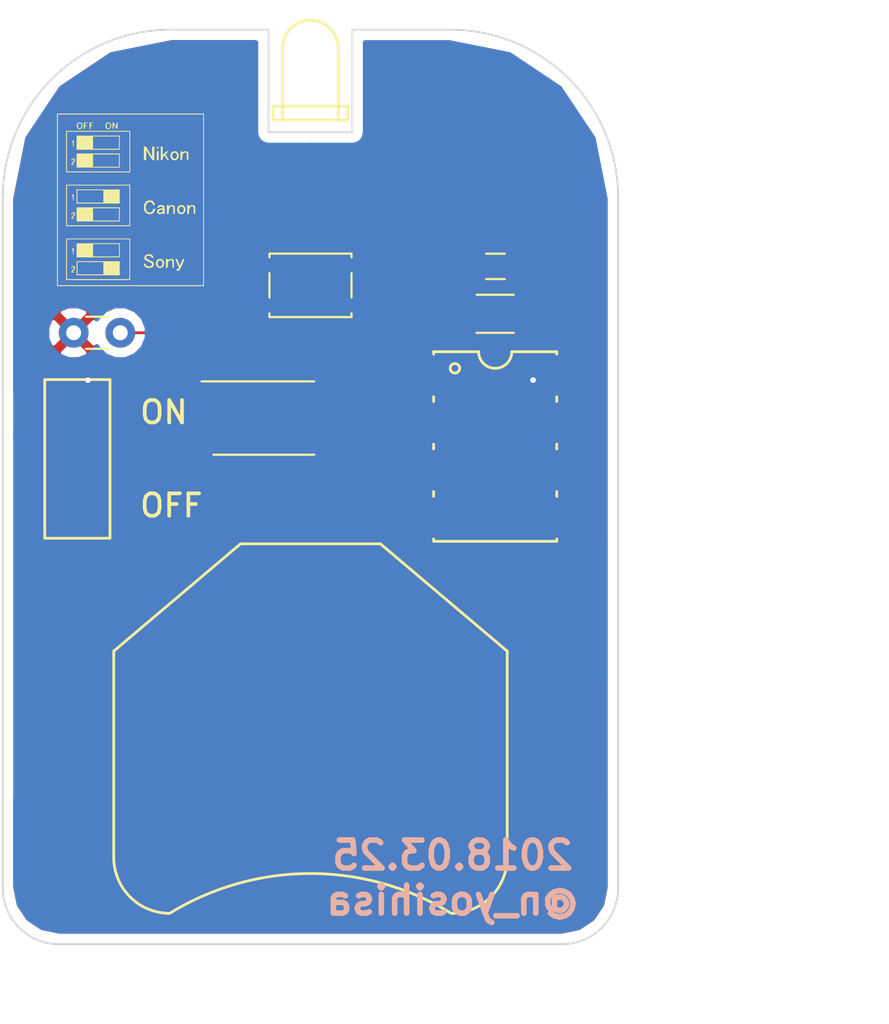
<source format=kicad_pcb>
(kicad_pcb (version 4) (host pcbnew 4.0.7)

  (general
    (links 20)
    (no_connects 0)
    (area 32.3218 19.4218 85.65 84.328201)
    (thickness 1.6)
    (drawings 19)
    (tracks 48)
    (zones 0)
    (modules 10)
    (nets 9)
  )

  (page A4)
  (layers
    (0 F.Cu signal)
    (31 B.Cu signal)
    (32 B.Adhes user)
    (36 B.SilkS user)
    (37 F.SilkS user)
    (38 B.Mask user)
    (39 F.Mask user)
    (40 Dwgs.User user)
    (41 Cmts.User user)
    (42 Eco1.User user)
    (44 Edge.Cuts user)
  )

  (setup
    (last_trace_width 0.1524)
    (user_trace_width 0.1524)
    (user_trace_width 0.2)
    (user_trace_width 0.3)
    (user_trace_width 0.5)
    (trace_clearance 0.2032)
    (zone_clearance 0.508)
    (zone_45_only no)
    (trace_min 0.1524)
    (segment_width 0.2)
    (edge_width 0.1)
    (via_size 0.6048)
    (via_drill 0.3)
    (via_min_size 0.6048)
    (via_min_drill 0.3)
    (user_via 0.6048 0.3)
    (uvia_size 0.508)
    (uvia_drill 0.127)
    (uvias_allowed no)
    (uvia_min_size 0.508)
    (uvia_min_drill 0.127)
    (pcb_text_width 0.3)
    (pcb_text_size 1.5 1.5)
    (mod_edge_width 0.15)
    (mod_text_size 1 1)
    (mod_text_width 0.15)
    (pad_size 5.2 5.2)
    (pad_drill 0)
    (pad_to_mask_clearance 0)
    (aux_axis_origin 33.8 24.4)
    (grid_origin 33.8 24.4)
    (visible_elements 7FFFFFFF)
    (pcbplotparams
      (layerselection 0x010f0_80000001)
      (usegerberextensions true)
      (excludeedgelayer true)
      (linewidth 0.100000)
      (plotframeref false)
      (viasonmask false)
      (mode 1)
      (useauxorigin false)
      (hpglpennumber 1)
      (hpglpenspeed 20)
      (hpglpendiameter 15)
      (hpglpenoverlay 2)
      (psnegative false)
      (psa4output false)
      (plotreference true)
      (plotvalue true)
      (plotinvisibletext false)
      (padsonsilk false)
      (subtractmaskfromsilk false)
      (outputformat 1)
      (mirror false)
      (drillshape 0)
      (scaleselection 1)
      (outputdirectory ""))
  )

  (net 0 "")
  (net 1 "Net-(BT1-Pad1)")
  (net 2 GND)
  (net 3 "Net-(C1-Pad1)")
  (net 4 "Net-(D1-Pad2)")
  (net 5 /ModeSelect1)
  (net 6 /ModeSelect0)
  (net 7 /LED)
  (net 8 /Release)

  (net_class Default "これは標準のネット クラスです。"
    (clearance 0.2032)
    (trace_width 0.1524)
    (via_dia 0.6048)
    (via_drill 0.3)
    (uvia_dia 0.508)
    (uvia_drill 0.127)
    (add_net /LED)
    (add_net /ModeSelect0)
    (add_net /ModeSelect1)
    (add_net /Release)
    (add_net GND)
    (add_net "Net-(BT1-Pad1)")
    (add_net "Net-(C1-Pad1)")
    (add_net "Net-(D1-Pad2)")
  )

  (module user:SKRPACE010_kai (layer F.Cu) (tedit 5A634945) (tstamp 5A634B5F)
    (at 50.8 38.1 180)
    (descr "C&K Components, PTS 810 Series, Microminiature SMT Top Actuated, http://www.ckswitches.com/media/1476/pts810.pdf")
    (tags "SPST Button Switch")
    (path /5A3F6FF9)
    (attr smd)
    (fp_text reference SW2 (at 1.27 -0.127 270) (layer F.SilkS) hide
      (effects (font (size 1 1) (thickness 0.15)))
    )
    (fp_text value RELEASE (at -1.5875 2.921 180) (layer F.Fab)
      (effects (font (size 1 1) (thickness 0.15)))
    )
    (fp_line (start -2.85 -1.85) (end 2.85 -1.85) (layer F.CrtYd) (width 0.05))
    (fp_line (start -2.85 1.85) (end -2.85 -1.85) (layer F.CrtYd) (width 0.05))
    (fp_line (start 2.85 1.85) (end -2.85 1.85) (layer F.CrtYd) (width 0.05))
    (fp_line (start 2.85 -1.85) (end 2.85 1.85) (layer F.CrtYd) (width 0.05))
    (fp_text user %R (at 0 0 180) (layer F.Fab)
      (effects (font (size 0.6 0.6) (thickness 0.06)))
    )
    (fp_line (start 2.2 -1.5) (end 2.2 -1.7) (layer F.SilkS) (width 0.12))
    (fp_line (start 2.2 0.65) (end 2.2 -0.65) (layer F.SilkS) (width 0.12))
    (fp_line (start 2.2 1.7) (end 2.2 1.5) (layer F.SilkS) (width 0.12))
    (fp_line (start -2.2 1.7) (end 2.2 1.7) (layer F.SilkS) (width 0.12))
    (fp_line (start -2.2 1.5) (end -2.2 1.7) (layer F.SilkS) (width 0.12))
    (fp_line (start -2.2 -0.65) (end -2.2 0.65) (layer F.SilkS) (width 0.12))
    (fp_line (start -2.2 -1.7) (end -2.2 -1.5) (layer F.SilkS) (width 0.12))
    (fp_line (start 2.2 -1.7) (end -2.2 -1.7) (layer F.SilkS) (width 0.12))
    (fp_line (start 0.4 1.1) (end -0.4 1.1) (layer F.Fab) (width 0.1))
    (fp_line (start -0.4 -1.1) (end 0.4 -1.1) (layer F.Fab) (width 0.1))
    (fp_arc (start -0.4 0) (end -0.4 1.1) (angle 180) (layer F.Fab) (width 0.1))
    (fp_line (start -2.1 1.6) (end 2.1 1.6) (layer F.Fab) (width 0.1))
    (fp_line (start -2.1 -1.6) (end -2.1 1.6) (layer F.Fab) (width 0.1))
    (fp_line (start 2.1 -1.6) (end -2.1 -1.6) (layer F.Fab) (width 0.1))
    (fp_line (start 2.1 1.6) (end 2.1 -1.6) (layer F.Fab) (width 0.1))
    (fp_arc (start 0.4 0) (end 0.4 -1.1) (angle 180) (layer F.Fab) (width 0.1))
    (pad 1 smd rect (at -2.075 -1.075 180) (size 1.3 1) (layers F.Cu F.Mask)
      (net 2 GND))
    (pad 1 smd rect (at 2.075 -1.075 180) (size 1.3 1) (layers F.Cu F.Mask)
      (net 2 GND))
    (pad 2 smd rect (at -2.075 1.075 180) (size 1.3 1) (layers F.Cu F.Mask)
      (net 8 /Release))
    (pad 2 smd rect (at 2.075 1.075 180) (size 1.3 1) (layers F.Cu F.Mask)
      (net 8 /Release))
    (model ${KISYS3DMOD}/Buttons_Switches_SMD.3dshapes/SW_SPST_PTS810.wrl
      (at (xyz 0 0 0))
      (scale (xyz 1 1 1))
      (rotate (xyz 0 0 0))
    )
  )

  (module Capacitors_SMD:C_1206 (layer F.Cu) (tedit 5A3F8CCC) (tstamp 5A3F73AE)
    (at 60.706 39.624 180)
    (descr "Capacitor SMD 1206, reflow soldering, AVX (see smccp.pdf)")
    (tags "capacitor 1206")
    (path /571B7A04)
    (attr smd)
    (fp_text reference C1 (at 0 0 180) (layer F.SilkS) hide
      (effects (font (size 1 1) (thickness 0.15)))
    )
    (fp_text value 100u (at 0 2 180) (layer F.Fab)
      (effects (font (size 1 1) (thickness 0.15)))
    )
    (fp_text user %R (at 0 -1.75 180) (layer F.Fab)
      (effects (font (size 1 1) (thickness 0.15)))
    )
    (fp_line (start -1.6 0.8) (end -1.6 -0.8) (layer F.Fab) (width 0.1))
    (fp_line (start 1.6 0.8) (end -1.6 0.8) (layer F.Fab) (width 0.1))
    (fp_line (start 1.6 -0.8) (end 1.6 0.8) (layer F.Fab) (width 0.1))
    (fp_line (start -1.6 -0.8) (end 1.6 -0.8) (layer F.Fab) (width 0.1))
    (fp_line (start 1 -1.02) (end -1 -1.02) (layer F.SilkS) (width 0.12))
    (fp_line (start -1 1.02) (end 1 1.02) (layer F.SilkS) (width 0.12))
    (fp_line (start -2.25 -1.05) (end 2.25 -1.05) (layer F.CrtYd) (width 0.05))
    (fp_line (start -2.25 -1.05) (end -2.25 1.05) (layer F.CrtYd) (width 0.05))
    (fp_line (start 2.25 1.05) (end 2.25 -1.05) (layer F.CrtYd) (width 0.05))
    (fp_line (start 2.25 1.05) (end -2.25 1.05) (layer F.CrtYd) (width 0.05))
    (pad 1 smd rect (at -1.5 0 180) (size 1 1.6) (layers F.Cu F.Mask)
      (net 3 "Net-(C1-Pad1)"))
    (pad 2 smd rect (at 1.5 0 180) (size 1 1.6) (layers F.Cu F.Mask)
      (net 2 GND))
    (model Capacitors_SMD.3dshapes/C_1206.wrl
      (at (xyz 0 0 0))
      (scale (xyz 1 1 1))
      (rotate (xyz 0 0 0))
    )
  )

  (module user:DIP_SMD-8 (layer F.Cu) (tedit 5A3F8CC3) (tstamp 5A3F70BE)
    (at 60.706 46.736 270)
    (descr "PDIP-8 Standard 300mil 8pin Dual In Line Package")
    (tags "Power Integrations P Package")
    (path /571C3989)
    (fp_text reference IC1 (at -1.868 0 270) (layer F.SilkS) hide
      (effects (font (size 1 1) (thickness 0.15)))
    )
    (fp_text value ATTINY10-P (at 0 -1 270) (layer F.Fab)
      (effects (font (size 1 1) (thickness 0.15)))
    )
    (fp_line (start -5.08 0.889) (end -5.08 3.302) (layer F.SilkS) (width 0.15))
    (fp_line (start -5.08 -0.889) (end -5.08 -3.302) (layer F.SilkS) (width 0.15))
    (fp_arc (start -5.08 0) (end -4.191 0) (angle 90) (layer F.SilkS) (width 0.15))
    (fp_arc (start -5.08 0) (end -5.08 -0.889) (angle 90) (layer F.SilkS) (width 0.15))
    (fp_circle (center -4.191 2.159) (end -3.937 2.159) (layer F.SilkS) (width 0.15))
    (fp_line (start 5.08 3.302) (end 4.953 3.302) (layer F.SilkS) (width 0.15))
    (fp_line (start 2.413 3.302) (end 2.667 3.302) (layer F.SilkS) (width 0.15))
    (fp_line (start -0.127 3.302) (end 0.127 3.302) (layer F.SilkS) (width 0.15))
    (fp_line (start -2.667 3.302) (end -2.413 3.302) (layer F.SilkS) (width 0.15))
    (fp_line (start -5.08 3.302) (end -4.953 3.302) (layer F.SilkS) (width 0.15))
    (fp_line (start -5.08 -3.302) (end -4.953 -3.302) (layer F.SilkS) (width 0.15))
    (fp_line (start 5.08 -3.302) (end 4.953 -3.302) (layer F.SilkS) (width 0.15))
    (fp_line (start 2.413 -3.302) (end 2.667 -3.302) (layer F.SilkS) (width 0.15))
    (fp_line (start -0.127 -3.302) (end 0.127 -3.302) (layer F.SilkS) (width 0.15))
    (fp_line (start -2.667 -3.302) (end -2.413 -3.302) (layer F.SilkS) (width 0.15))
    (fp_line (start 5.08 3.302) (end 5.08 -3.302) (layer F.SilkS) (width 0.15))
    (pad 1 smd rect (at -3.81 4 270) (size 1.6 3) (layers F.Cu F.Mask))
    (pad 2 smd rect (at -1.27 4 270) (size 1.6 3) (layers F.Cu F.Mask)
      (net 5 /ModeSelect1))
    (pad 3 smd rect (at 1.27 4 270) (size 1.6 3) (layers F.Cu F.Mask)
      (net 6 /ModeSelect0))
    (pad 4 smd rect (at 3.81 4 270) (size 1.6 3) (layers F.Cu F.Mask)
      (net 2 GND))
    (pad 5 smd rect (at 3.81 -4 270) (size 1.6 3) (layers F.Cu F.Mask)
      (net 7 /LED))
    (pad 6 smd rect (at 1.27 -4 270) (size 1.6 3) (layers F.Cu F.Mask)
      (net 8 /Release))
    (pad 7 smd rect (at -1.27 -4 270) (size 1.6 3) (layers F.Cu F.Mask))
    (pad 8 smd rect (at -3.81 -4 270) (size 1.6 3) (layers F.Cu F.Mask)
      (net 3 "Net-(C1-Pad1)"))
  )

  (module Buttons_Switches_SMD:SW_DIP_x2_W5.08mm_Slide_Copal_CHS-A (layer F.Cu) (tedit 5A3F8CC0) (tstamp 5A3F70E4)
    (at 48.3 45.212)
    (descr "2x-dip-switch, Slide, row spacing 5.08 mm (200 mils), Copal_CHS-A")
    (tags "DIP Switch Slide 5.08mm 200mil Copal_CHS-A")
    (path /5A3F70D5)
    (attr smd)
    (fp_text reference SW3 (at 0 0) (layer F.SilkS) hide
      (effects (font (size 1 1) (thickness 0.15)))
    )
    (fp_text value ModeSelector (at 0 2.965) (layer F.Fab)
      (effects (font (size 1 1) (thickness 0.15)))
    )
    (fp_line (start -1.7 -1.905) (end 2.7 -1.905) (layer F.Fab) (width 0.1))
    (fp_line (start 2.7 -1.905) (end 2.7 1.905) (layer F.Fab) (width 0.1))
    (fp_line (start 2.7 1.905) (end -2.7 1.905) (layer F.Fab) (width 0.1))
    (fp_line (start -2.7 1.905) (end -2.7 -0.905) (layer F.Fab) (width 0.1))
    (fp_line (start -2.7 -0.905) (end -1.7 -1.905) (layer F.Fab) (width 0.1))
    (fp_line (start -1.5 -0.885) (end -1.5 -0.385) (layer F.Fab) (width 0.1))
    (fp_line (start -1.5 -0.385) (end 1.5 -0.385) (layer F.Fab) (width 0.1))
    (fp_line (start 1.5 -0.385) (end 1.5 -0.885) (layer F.Fab) (width 0.1))
    (fp_line (start 1.5 -0.885) (end -1.5 -0.885) (layer F.Fab) (width 0.1))
    (fp_line (start 0 -0.885) (end 0 -0.385) (layer F.Fab) (width 0.1))
    (fp_line (start -1.5 0.385) (end -1.5 0.885) (layer F.Fab) (width 0.1))
    (fp_line (start -1.5 0.885) (end 1.5 0.885) (layer F.Fab) (width 0.1))
    (fp_line (start 1.5 0.885) (end 1.5 0.385) (layer F.Fab) (width 0.1))
    (fp_line (start 1.5 0.385) (end -1.5 0.385) (layer F.Fab) (width 0.1))
    (fp_line (start 0 0.385) (end 0 0.885) (layer F.Fab) (width 0.1))
    (fp_line (start -3.34 -1.965) (end 2.7 -1.965) (layer F.SilkS) (width 0.12))
    (fp_line (start -2.7 1.965) (end 2.7 1.965) (layer F.SilkS) (width 0.12))
    (fp_line (start -3.6 -2.25) (end -3.6 2.25) (layer F.CrtYd) (width 0.05))
    (fp_line (start -3.6 2.25) (end 3.6 2.25) (layer F.CrtYd) (width 0.05))
    (fp_line (start 3.6 2.25) (end 3.6 -2.25) (layer F.CrtYd) (width 0.05))
    (fp_line (start 3.6 -2.25) (end -3.6 -2.25) (layer F.CrtYd) (width 0.05))
    (fp_text user %R (at 2.1 0 90) (layer F.Fab)
      (effects (font (size 0.8 0.8) (thickness 0.15)))
    )
    (pad 1 smd rect (at -2.54 -0.635) (size 1.6 0.76) (layers F.Cu F.Mask)
      (net 2 GND))
    (pad 3 smd rect (at 2.54 0.635) (size 1.6 0.76) (layers F.Cu F.Mask)
      (net 6 /ModeSelect0))
    (pad 2 smd rect (at -2.54 0.635) (size 1.6 0.76) (layers F.Cu F.Mask)
      (net 2 GND))
    (pad 4 smd rect (at 2.54 -0.635) (size 1.6 0.76) (layers F.Cu F.Mask)
      (net 5 /ModeSelect1))
    (model ${KISYS3DMOD}/Buttons_Switches_SMD.3dshapes/SW_DIP_x2_W5.08mm_Slide_Copal_CHS-A.wrl
      (at (xyz 0 0 0))
      (scale (xyz 1 1 1))
      (rotate (xyz 0 0 0))
    )
  )

  (module user:BC-2001 (layer F.Cu) (tedit 5A63491E) (tstamp 5A3F7208)
    (at 50.8 62.4 180)
    (path /5A3F7256)
    (fp_text reference BT1 (at 0 3 180) (layer F.SilkS) hide
      (effects (font (size 1 1) (thickness 0.15)))
    )
    (fp_text value C2032 (at 0 -3 180) (layer F.Fab)
      (effects (font (size 1 1) (thickness 0.15)))
    )
    (fp_arc (start 0 -21.65) (end 7.55 -9.35) (angle 63) (layer F.SilkS) (width 0.15))
    (fp_arc (start -7.55 -6.35) (end -7.55 -9.35) (angle -90) (layer F.SilkS) (width 0.15))
    (fp_arc (start 7.55 -6.35) (end 7.55 -9.35) (angle 90) (layer F.SilkS) (width 0.15))
    (fp_line (start -10.55 4.7) (end -3.75 10.45) (layer F.SilkS) (width 0.15))
    (fp_line (start 10.55 4.7) (end 3.75 10.45) (layer F.SilkS) (width 0.15))
    (fp_line (start -10.55 -6.35) (end -10.55 4.7) (layer F.SilkS) (width 0.15))
    (fp_line (start 10.55 -6.35) (end 10.55 4.7) (layer F.SilkS) (width 0.15))
    (fp_line (start 3.75 10.45) (end -3.75 10.45) (layer F.SilkS) (width 0.15))
    (pad 2 smd rect (at 0 0) (size 4 4) (layers F.Cu F.Mask)
      (net 2 GND))
    (pad "" smd rect (at -12.95 0) (size 5.2 5.2) (layers F.Cu F.Mask))
    (pad 1 smd rect (at 12.95 0) (size 5.2 5.2) (layers F.Cu F.Mask)
      (net 1 "Net-(BT1-Pad1)"))
  )

  (module user:3mmLED (layer F.Cu) (tedit 5A3F8CF1) (tstamp 5A3F70B2)
    (at 50.8 25.4)
    (path /571B87E3)
    (fp_text reference D1 (at 0 -3.5) (layer F.SilkS) hide
      (effects (font (size 1 1) (thickness 0.15)))
    )
    (fp_text value LED (at 0 -5) (layer F.Fab)
      (effects (font (size 1 1) (thickness 0.15)))
    )
    (fp_line (start -2 3.1) (end -2 3.85) (layer F.SilkS) (width 0.15))
    (fp_line (start 2 3.1) (end 2 3.85) (layer F.SilkS) (width 0.15))
    (fp_line (start -1.95 3.85) (end 1.95 3.85) (layer F.SilkS) (width 0.15))
    (fp_line (start -1.95 3.1) (end 1.95 3.1) (layer F.SilkS) (width 0.15))
    (fp_line (start 1.5 0) (end 1.5 3.85) (layer F.SilkS) (width 0.15))
    (fp_line (start -1.5 0) (end -1.5 3.85) (layer F.SilkS) (width 0.15))
    (fp_arc (start 0 0) (end -1.5 0) (angle 180) (layer F.SilkS) (width 0.15))
    (pad 1 smd rect (at -1.27 7.35) (size 1.2 4) (layers F.Cu F.Mask)
      (net 2 GND))
    (pad 2 smd rect (at 1.27 7.35) (size 1.2 4) (layers F.Cu F.Mask)
      (net 4 "Net-(D1-Pad2)"))
  )

  (module Capacitors_THT:C_Disc_D3.0mm_W1.6mm_P2.50mm (layer F.Cu) (tedit 5A3F8CBE) (tstamp 5A3F70C4)
    (at 38.1 40.64)
    (descr "C, Disc series, Radial, pin pitch=2.50mm, , diameter*width=3.0*1.6mm^2, Capacitor, http://www.vishay.com/docs/45233/krseries.pdf")
    (tags "C Disc series Radial pin pitch 2.50mm  diameter 3.0mm width 1.6mm Capacitor")
    (path /5A3F7351)
    (fp_text reference J1 (at 1.25 -2.11) (layer F.SilkS) hide
      (effects (font (size 1 1) (thickness 0.15)))
    )
    (fp_text value Remote (at 1.25 2.11) (layer F.Fab)
      (effects (font (size 1 1) (thickness 0.15)))
    )
    (fp_line (start -0.25 -0.8) (end -0.25 0.8) (layer F.Fab) (width 0.1))
    (fp_line (start -0.25 0.8) (end 2.75 0.8) (layer F.Fab) (width 0.1))
    (fp_line (start 2.75 0.8) (end 2.75 -0.8) (layer F.Fab) (width 0.1))
    (fp_line (start 2.75 -0.8) (end -0.25 -0.8) (layer F.Fab) (width 0.1))
    (fp_line (start 0.663 -0.861) (end 1.837 -0.861) (layer F.SilkS) (width 0.12))
    (fp_line (start 0.663 0.861) (end 1.837 0.861) (layer F.SilkS) (width 0.12))
    (fp_line (start -1.05 -1.15) (end -1.05 1.15) (layer F.CrtYd) (width 0.05))
    (fp_line (start -1.05 1.15) (end 3.55 1.15) (layer F.CrtYd) (width 0.05))
    (fp_line (start 3.55 1.15) (end 3.55 -1.15) (layer F.CrtYd) (width 0.05))
    (fp_line (start 3.55 -1.15) (end -1.05 -1.15) (layer F.CrtYd) (width 0.05))
    (fp_text user %R (at 1.25 0) (layer F.Fab)
      (effects (font (size 1 1) (thickness 0.15)))
    )
    (pad 1 thru_hole circle (at 0 0) (size 1.6 1.6) (drill 0.8) (layers *.Cu *.Mask)
      (net 2 GND))
    (pad 2 thru_hole circle (at 2.5 0) (size 1.6 1.6) (drill 0.8) (layers *.Cu *.Mask)
      (net 8 /Release))
  )

  (module Resistors_SMD:R_0603 (layer F.Cu) (tedit 5A3F8CC5) (tstamp 5A3F8C35)
    (at 60.718 37.084)
    (descr "Resistor SMD 0603, reflow soldering, Vishay (see dcrcw.pdf)")
    (tags "resistor 0603")
    (path /571B8758)
    (attr smd)
    (fp_text reference R1 (at 0 -1.45) (layer F.SilkS) hide
      (effects (font (size 1 1) (thickness 0.15)))
    )
    (fp_text value 100 (at 0 1.5) (layer F.Fab)
      (effects (font (size 1 1) (thickness 0.15)))
    )
    (fp_text user %R (at 0 0) (layer F.Fab)
      (effects (font (size 0.4 0.4) (thickness 0.075)))
    )
    (fp_line (start -0.8 0.4) (end -0.8 -0.4) (layer F.Fab) (width 0.1))
    (fp_line (start 0.8 0.4) (end -0.8 0.4) (layer F.Fab) (width 0.1))
    (fp_line (start 0.8 -0.4) (end 0.8 0.4) (layer F.Fab) (width 0.1))
    (fp_line (start -0.8 -0.4) (end 0.8 -0.4) (layer F.Fab) (width 0.1))
    (fp_line (start 0.5 0.68) (end -0.5 0.68) (layer F.SilkS) (width 0.12))
    (fp_line (start -0.5 -0.68) (end 0.5 -0.68) (layer F.SilkS) (width 0.12))
    (fp_line (start -1.25 -0.7) (end 1.25 -0.7) (layer F.CrtYd) (width 0.05))
    (fp_line (start -1.25 -0.7) (end -1.25 0.7) (layer F.CrtYd) (width 0.05))
    (fp_line (start 1.25 0.7) (end 1.25 -0.7) (layer F.CrtYd) (width 0.05))
    (fp_line (start 1.25 0.7) (end -1.25 0.7) (layer F.CrtYd) (width 0.05))
    (pad 1 smd rect (at -0.75 0) (size 0.5 0.9) (layers F.Cu F.Mask)
      (net 7 /LED))
    (pad 2 smd rect (at 0.75 0) (size 0.5 0.9) (layers F.Cu F.Mask)
      (net 4 "Net-(D1-Pad2)"))
    (model ${KISYS3DMOD}/Resistors_SMD.3dshapes/R_0603.wrl
      (at (xyz 0 0 0))
      (scale (xyz 1 1 1))
      (rotate (xyz 0 0 0))
    )
  )

  (module カメラリモコン:mode (layer F.Cu) (tedit 0) (tstamp 5A3F8D04)
    (at 41.148 33.528)
    (fp_text reference G*** (at 0 0) (layer F.SilkS) hide
      (effects (font (thickness 0.3)))
    )
    (fp_text value LOGO (at 0.75 0) (layer F.SilkS) hide
      (effects (font (thickness 0.3)))
    )
    (fp_poly (pts (xy 3.937 4.608286) (xy -3.937 4.608286) (xy -3.937 -4.590143) (xy -3.900714 -4.590143)
      (xy -3.900714 4.572) (xy 3.900714 4.572) (xy 3.900714 -4.590143) (xy -3.900714 -4.590143)
      (xy -3.937 -4.590143) (xy -3.937 -4.626428) (xy 3.937 -4.626428) (xy 3.937 4.608286)) (layer F.SilkS) (width 0.01))
    (fp_poly (pts (xy -0.018143 4.281715) (xy -3.447143 4.281715) (xy -3.447143 2.104572) (xy -3.410857 2.104572)
      (xy -3.410857 4.245429) (xy -0.054429 4.245429) (xy -0.054429 2.104572) (xy -3.410857 2.104572)
      (xy -3.447143 2.104572) (xy -3.447143 2.068286) (xy -0.018143 2.068286) (xy -0.018143 4.281715)) (layer F.SilkS) (width 0.01))
    (fp_poly (pts (xy 2.875775 3.160796) (xy 2.884714 3.16729) (xy 2.878141 3.186789) (xy 2.859988 3.233869)
      (xy 2.832604 3.302607) (xy 2.798338 3.387079) (xy 2.774992 3.443969) (xy 2.718431 3.57464)
      (xy 2.669681 3.672394) (xy 2.62734 3.739411) (xy 2.590004 3.77787) (xy 2.556274 3.789953)
      (xy 2.552595 3.789753) (xy 2.516628 3.783492) (xy 2.499178 3.779351) (xy 2.472732 3.756767)
      (xy 2.467428 3.736099) (xy 2.477084 3.709923) (xy 2.511638 3.701275) (xy 2.519636 3.701143)
      (xy 2.561282 3.697892) (xy 2.587028 3.685171) (xy 2.596901 3.658532) (xy 2.590927 3.613523)
      (xy 2.569134 3.545696) (xy 2.531548 3.450601) (xy 2.5213 3.425907) (xy 2.485978 3.341236)
      (xy 2.455304 3.267694) (xy 2.432192 3.212272) (xy 2.419557 3.181959) (xy 2.418548 3.179536)
      (xy 2.425182 3.161541) (xy 2.453354 3.156857) (xy 2.475024 3.160514) (xy 2.493941 3.175493)
      (xy 2.514028 3.207804) (xy 2.539208 3.263459) (xy 2.565782 3.329152) (xy 2.595636 3.402107)
      (xy 2.621806 3.461566) (xy 2.640842 3.499927) (xy 2.647974 3.510097) (xy 2.659778 3.497914)
      (xy 2.680918 3.458237) (xy 2.708181 3.397616) (xy 2.732489 3.337803) (xy 2.765348 3.256074)
      (xy 2.789961 3.202899) (xy 2.809875 3.172516) (xy 2.828637 3.159163) (xy 2.84386 3.156857)
      (xy 2.875775 3.160796)) (layer F.SilkS) (width 0.01))
    (fp_poly (pts (xy 1.043573 2.909218) (xy 1.128427 2.935614) (xy 1.188758 2.985386) (xy 1.198765 2.999978)
      (xy 1.227105 3.055253) (xy 1.229598 3.088053) (xy 1.206063 3.101552) (xy 1.192893 3.102314)
      (xy 1.150372 3.084826) (xy 1.121796 3.048984) (xy 1.081167 3.006279) (xy 1.025611 2.983333)
      (xy 0.964237 2.979025) (xy 0.906152 2.992234) (xy 0.860464 3.021838) (xy 0.836281 3.066716)
      (xy 0.834571 3.084343) (xy 0.836493 3.10897) (xy 0.846006 3.129141) (xy 0.868735 3.149131)
      (xy 0.910304 3.173213) (xy 0.976336 3.205659) (xy 1.023375 3.227802) (xy 1.103137 3.267518)
      (xy 1.169448 3.305053) (xy 1.215159 3.33611) (xy 1.232018 3.353259) (xy 1.250895 3.422004)
      (xy 1.242663 3.494604) (xy 1.210773 3.55886) (xy 1.161907 3.600962) (xy 1.088075 3.625524)
      (xy 0.998543 3.636244) (xy 0.911784 3.63148) (xy 0.884584 3.625602) (xy 0.831118 3.601544)
      (xy 0.784852 3.564514) (xy 0.749285 3.521003) (xy 0.727917 3.477498) (xy 0.724246 3.440491)
      (xy 0.741772 3.41647) (xy 0.768804 3.410857) (xy 0.803239 3.420435) (xy 0.820646 3.455293)
      (xy 0.822258 3.462681) (xy 0.847925 3.508814) (xy 0.897193 3.540697) (xy 0.960297 3.557715)
      (xy 1.027469 3.559254) (xy 1.088942 3.544699) (xy 1.134949 3.513434) (xy 1.152065 3.483448)
      (xy 1.158597 3.443973) (xy 1.147564 3.410108) (xy 1.114672 3.377465) (xy 1.055627 3.341657)
      (xy 0.974724 3.302242) (xy 0.882407 3.258576) (xy 0.818462 3.22437) (xy 0.777763 3.195134)
      (xy 0.755187 3.166376) (xy 0.745608 3.133605) (xy 0.743857 3.099903) (xy 0.759931 3.020741)
      (xy 0.805601 2.959499) (xy 0.877035 2.919975) (xy 0.937855 2.907493) (xy 1.043573 2.909218)) (layer F.SilkS) (width 0.01))
    (fp_poly (pts (xy 1.653688 3.162854) (xy 1.698602 3.186141) (xy 1.733026 3.217112) (xy 1.788797 3.294356)
      (xy 1.809283 3.37968) (xy 1.794645 3.473872) (xy 1.788299 3.491811) (xy 1.742246 3.568354)
      (xy 1.676464 3.618733) (xy 1.598007 3.63988) (xy 1.513926 3.628728) (xy 1.492607 3.620424)
      (xy 1.426578 3.572605) (xy 1.382566 3.50254) (xy 1.363009 3.418533) (xy 1.364463 3.400765)
      (xy 1.451428 3.400765) (xy 1.460906 3.473865) (xy 1.492782 3.524679) (xy 1.533071 3.553193)
      (xy 1.577767 3.570794) (xy 1.615788 3.564798) (xy 1.658969 3.532297) (xy 1.6728 3.518848)
      (xy 1.707477 3.479197) (xy 1.721151 3.442636) (xy 1.719894 3.391149) (xy 1.718907 3.382041)
      (xy 1.698546 3.300987) (xy 1.658925 3.25046) (xy 1.599618 3.229968) (xy 1.586005 3.229429)
      (xy 1.52414 3.245569) (xy 1.479014 3.290604) (xy 1.454612 3.359461) (xy 1.451428 3.400765)
      (xy 1.364463 3.400765) (xy 1.370346 3.328888) (xy 1.390375 3.272193) (xy 1.440103 3.20652)
      (xy 1.513528 3.167914) (xy 1.597485 3.156857) (xy 1.653688 3.162854)) (layer F.SilkS) (width 0.01))
    (fp_poly (pts (xy 1.985924 3.165362) (xy 1.995714 3.193143) (xy 2.00023 3.222664) (xy 2.00646 3.229429)
      (xy 2.026756 3.219306) (xy 2.061246 3.194778) (xy 2.063335 3.193143) (xy 2.125223 3.163575)
      (xy 2.195298 3.158237) (xy 2.259209 3.177082) (xy 2.282579 3.19385) (xy 2.300179 3.213314)
      (xy 2.311668 3.237494) (xy 2.318327 3.273998) (xy 2.321436 3.330433) (xy 2.322276 3.414407)
      (xy 2.322286 3.429707) (xy 2.321865 3.516866) (xy 2.31984 3.574025) (xy 2.315063 3.607468)
      (xy 2.306389 3.623479) (xy 2.29267 3.628341) (xy 2.286 3.628572) (xy 2.269379 3.626048)
      (xy 2.258784 3.614066) (xy 2.252872 3.586008) (xy 2.250297 3.535257) (xy 2.249715 3.455196)
      (xy 2.249714 3.449955) (xy 2.248684 3.364358) (xy 2.244782 3.307338) (xy 2.236787 3.271226)
      (xy 2.22348 3.248349) (xy 2.216536 3.241312) (xy 2.173826 3.215466) (xy 2.129689 3.219038)
      (xy 2.07688 3.253116) (xy 2.064036 3.264226) (xy 2.035178 3.291952) (xy 2.017192 3.318526)
      (xy 2.007004 3.353718) (xy 2.001541 3.407293) (xy 1.998388 3.472869) (xy 1.994785 3.548016)
      (xy 1.990018 3.594027) (xy 1.981802 3.618034) (xy 1.967853 3.62717) (xy 1.948495 3.628572)
      (xy 1.905 3.628572) (xy 1.905 3.156857) (xy 1.950357 3.156857) (xy 1.985924 3.165362)) (layer F.SilkS) (width 0.01))
    (fp_poly (pts (xy -0.018143 1.397) (xy -3.447143 1.397) (xy -3.447143 -0.780143) (xy -3.410857 -0.780143)
      (xy -3.410857 1.360715) (xy -0.054429 1.360715) (xy -0.054429 -0.780143) (xy -3.410857 -0.780143)
      (xy -3.447143 -0.780143) (xy -3.447143 -0.816428) (xy -0.018143 -0.816428) (xy -0.018143 1.397)) (layer F.SilkS) (width 0.01))
    (fp_poly (pts (xy 1.106824 0.029213) (xy 1.152462 0.037375) (xy 1.186328 0.054954) (xy 1.207376 0.072572)
      (xy 1.246711 0.119073) (xy 1.28118 0.176672) (xy 1.302785 0.230739) (xy 1.306286 0.253418)
      (xy 1.29077 0.26752) (xy 1.261172 0.272143) (xy 1.224363 0.262087) (xy 1.197444 0.226389)
      (xy 1.190517 0.211014) (xy 1.145314 0.139847) (xy 1.08492 0.100729) (xy 1.013403 0.094961)
      (xy 0.934835 0.123841) (xy 0.92873 0.127465) (xy 0.867611 0.184926) (xy 0.830327 0.268655)
      (xy 0.81653 0.379468) (xy 0.816429 0.391283) (xy 0.828399 0.501124) (xy 0.863411 0.58557)
      (xy 0.920119 0.642925) (xy 0.997176 0.671494) (xy 1.04125 0.674479) (xy 1.100161 0.666704)
      (xy 1.14468 0.639231) (xy 1.165679 0.617661) (xy 1.197838 0.571011) (xy 1.214793 0.525584)
      (xy 1.215571 0.516786) (xy 1.221436 0.484633) (xy 1.246336 0.472816) (xy 1.270346 0.471715)
      (xy 1.307952 0.474968) (xy 1.31847 0.491716) (xy 1.313538 0.521608) (xy 1.281533 0.606098)
      (xy 1.23149 0.678252) (xy 1.197429 0.708851) (xy 1.132063 0.738263) (xy 1.049089 0.752117)
      (xy 0.964674 0.748127) (xy 0.946501 0.744383) (xy 0.876473 0.712118) (xy 0.810068 0.655605)
      (xy 0.759479 0.585851) (xy 0.750694 0.567547) (xy 0.732635 0.496759) (xy 0.726238 0.406463)
      (xy 0.731131 0.311383) (xy 0.746942 0.226243) (xy 0.760284 0.188705) (xy 0.809902 0.109186)
      (xy 0.876159 0.057893) (xy 0.964055 0.031912) (xy 1.037217 0.027215) (xy 1.106824 0.029213)) (layer F.SilkS) (width 0.01))
    (fp_poly (pts (xy 1.695231 0.273859) (xy 1.757603 0.296343) (xy 1.774579 0.309136) (xy 1.803299 0.336468)
      (xy 1.816304 0.349957) (xy 1.818132 0.368467) (xy 1.821519 0.415618) (xy 1.825947 0.483827)
      (xy 1.829912 0.548845) (xy 1.834688 0.634791) (xy 1.836222 0.690886) (xy 1.833682 0.723484)
      (xy 1.826231 0.738939) (xy 1.813037 0.743607) (xy 1.804307 0.743881) (xy 1.763353 0.734187)
      (xy 1.746112 0.722855) (xy 1.71855 0.711843) (xy 1.701662 0.721231) (xy 1.657709 0.741405)
      (xy 1.596739 0.752051) (xy 1.537282 0.750925) (xy 1.51145 0.744274) (xy 1.471575 0.716566)
      (xy 1.442587 0.683255) (xy 1.422059 0.625075) (xy 1.425643 0.608824) (xy 1.511825 0.608824)
      (xy 1.516481 0.646029) (xy 1.534316 0.665368) (xy 1.561714 0.68328) (xy 1.585755 0.687552)
      (xy 1.621389 0.67871) (xy 1.648676 0.669378) (xy 1.708747 0.633173) (xy 1.738409 0.577349)
      (xy 1.741714 0.545133) (xy 1.737839 0.524482) (xy 1.722036 0.515602) (xy 1.688042 0.518569)
      (xy 1.629591 0.533459) (xy 1.583831 0.547036) (xy 1.535478 0.572951) (xy 1.511825 0.608824)
      (xy 1.425643 0.608824) (xy 1.434294 0.569603) (xy 1.475805 0.521126) (xy 1.543104 0.483929)
      (xy 1.621125 0.463893) (xy 1.692747 0.448799) (xy 1.730922 0.429219) (xy 1.738399 0.403202)
      (xy 1.730805 0.386053) (xy 1.694393 0.357652) (xy 1.641354 0.34717) (xy 1.586897 0.355112)
      (xy 1.547905 0.379948) (xy 1.51251 0.407935) (xy 1.477831 0.416307) (xy 1.454966 0.403994)
      (xy 1.451428 0.389247) (xy 1.463478 0.358067) (xy 1.492803 0.319904) (xy 1.495961 0.316676)
      (xy 1.550215 0.284409) (xy 1.62137 0.270009) (xy 1.695231 0.273859)) (layer F.SilkS) (width 0.01))
    (fp_poly (pts (xy 2.796688 0.278139) (xy 2.841602 0.301426) (xy 2.876026 0.332398) (xy 2.931797 0.409641)
      (xy 2.952283 0.494966) (xy 2.937645 0.589158) (xy 2.931299 0.607097) (xy 2.885246 0.68364)
      (xy 2.819464 0.734019) (xy 2.741007 0.755166) (xy 2.656926 0.744014) (xy 2.635607 0.73571)
      (xy 2.569578 0.687891) (xy 2.525566 0.617826) (xy 2.506009 0.533819) (xy 2.507463 0.516051)
      (xy 2.594428 0.516051) (xy 2.603906 0.589151) (xy 2.635782 0.639965) (xy 2.676071 0.668479)
      (xy 2.720767 0.68608) (xy 2.758788 0.680084) (xy 2.801969 0.647583) (xy 2.8158 0.634134)
      (xy 2.850477 0.594483) (xy 2.864151 0.557922) (xy 2.862894 0.506435) (xy 2.861907 0.497326)
      (xy 2.841546 0.416273) (xy 2.801925 0.365746) (xy 2.742618 0.345253) (xy 2.729005 0.344715)
      (xy 2.66714 0.360854) (xy 2.622014 0.40589) (xy 2.597612 0.474747) (xy 2.594428 0.516051)
      (xy 2.507463 0.516051) (xy 2.513346 0.444173) (xy 2.533375 0.387479) (xy 2.583103 0.321806)
      (xy 2.656528 0.283199) (xy 2.740485 0.272143) (xy 2.796688 0.278139)) (layer F.SilkS) (width 0.01))
    (fp_poly (pts (xy 2.040353 0.280648) (xy 2.050143 0.308429) (xy 2.054659 0.33795) (xy 2.060888 0.344715)
      (xy 2.081185 0.334592) (xy 2.115675 0.310064) (xy 2.117764 0.308429) (xy 2.179651 0.278861)
      (xy 2.249726 0.273523) (xy 2.313638 0.292367) (xy 2.337007 0.309136) (xy 2.354607 0.328599)
      (xy 2.366097 0.352779) (xy 2.372755 0.389283) (xy 2.375864 0.445719) (xy 2.376705 0.529692)
      (xy 2.376714 0.544993) (xy 2.376294 0.632151) (xy 2.374269 0.689311) (xy 2.369492 0.722754)
      (xy 2.360817 0.738765) (xy 2.347098 0.743626) (xy 2.340428 0.743857) (xy 2.323808 0.741334)
      (xy 2.313213 0.729351) (xy 2.3073 0.701293) (xy 2.304725 0.650542) (xy 2.304144 0.570482)
      (xy 2.304143 0.565241) (xy 2.303113 0.479644) (xy 2.299211 0.422624) (xy 2.291216 0.386511)
      (xy 2.277908 0.363635) (xy 2.270964 0.356598) (xy 2.228254 0.330752) (xy 2.184117 0.334324)
      (xy 2.131308 0.368401) (xy 2.118465 0.379512) (xy 2.089607 0.407237) (xy 2.07162 0.433812)
      (xy 2.061433 0.469003) (xy 2.05597 0.522579) (xy 2.052817 0.588155) (xy 2.049213 0.663302)
      (xy 2.044446 0.709313) (xy 2.036231 0.73332) (xy 2.022281 0.742456) (xy 2.002924 0.743857)
      (xy 1.959428 0.743857) (xy 1.959428 0.272143) (xy 2.004786 0.272143) (xy 2.040353 0.280648)) (layer F.SilkS) (width 0.01))
    (fp_poly (pts (xy 3.128924 0.280648) (xy 3.138714 0.308429) (xy 3.14323 0.33795) (xy 3.14946 0.344715)
      (xy 3.169756 0.334592) (xy 3.204246 0.310064) (xy 3.206335 0.308429) (xy 3.268223 0.278861)
      (xy 3.338298 0.273523) (xy 3.402209 0.292367) (xy 3.425579 0.309136) (xy 3.443179 0.328599)
      (xy 3.454668 0.352779) (xy 3.461327 0.389283) (xy 3.464436 0.445719) (xy 3.465276 0.529692)
      (xy 3.465286 0.544993) (xy 3.464865 0.632151) (xy 3.46284 0.689311) (xy 3.458063 0.722754)
      (xy 3.449389 0.738765) (xy 3.43567 0.743626) (xy 3.429 0.743857) (xy 3.412379 0.741334)
      (xy 3.401784 0.729351) (xy 3.395872 0.701293) (xy 3.393297 0.650542) (xy 3.392715 0.570482)
      (xy 3.392714 0.565241) (xy 3.391684 0.479644) (xy 3.387782 0.422624) (xy 3.379787 0.386511)
      (xy 3.36648 0.363635) (xy 3.359536 0.356598) (xy 3.316826 0.330752) (xy 3.272689 0.334324)
      (xy 3.21988 0.368401) (xy 3.207036 0.379512) (xy 3.178178 0.407237) (xy 3.160192 0.433812)
      (xy 3.150004 0.469003) (xy 3.144541 0.522579) (xy 3.141388 0.588155) (xy 3.137785 0.663302)
      (xy 3.133018 0.709313) (xy 3.124802 0.73332) (xy 3.110853 0.742456) (xy 3.091495 0.743857)
      (xy 3.048 0.743857) (xy 3.048 0.272143) (xy 3.093357 0.272143) (xy 3.128924 0.280648)) (layer F.SilkS) (width 0.01))
    (fp_poly (pts (xy -0.018143 -1.487714) (xy -3.447143 -1.487714) (xy -3.447143 -3.664857) (xy -3.410857 -3.664857)
      (xy -3.410857 -1.524) (xy -0.054429 -1.524) (xy -0.054429 -3.664857) (xy -3.410857 -3.664857)
      (xy -3.447143 -3.664857) (xy -3.447143 -3.701143) (xy -0.018143 -3.701143) (xy -0.018143 -1.487714)) (layer F.SilkS) (width 0.01))
    (fp_poly (pts (xy 2.433831 -2.606575) (xy 2.478745 -2.583288) (xy 2.513169 -2.552316) (xy 2.568939 -2.475073)
      (xy 2.589426 -2.389749) (xy 2.574788 -2.295557) (xy 2.568442 -2.277617) (xy 2.522389 -2.201075)
      (xy 2.456607 -2.150696) (xy 2.378149 -2.129548) (xy 2.294069 -2.1407) (xy 2.27275 -2.149004)
      (xy 2.20672 -2.196823) (xy 2.162708 -2.266889) (xy 2.143152 -2.350896) (xy 2.144606 -2.368663)
      (xy 2.231571 -2.368663) (xy 2.241049 -2.295563) (xy 2.272925 -2.24475) (xy 2.313214 -2.216236)
      (xy 2.35791 -2.198635) (xy 2.395931 -2.20463) (xy 2.439112 -2.237131) (xy 2.452943 -2.25058)
      (xy 2.48762 -2.290232) (xy 2.501294 -2.326792) (xy 2.500036 -2.37828) (xy 2.49905 -2.387388)
      (xy 2.478689 -2.468441) (xy 2.439068 -2.518969) (xy 2.379761 -2.539461) (xy 2.366148 -2.54)
      (xy 2.304283 -2.52386) (xy 2.259156 -2.478824) (xy 2.234755 -2.409967) (xy 2.231571 -2.368663)
      (xy 2.144606 -2.368663) (xy 2.150489 -2.440541) (xy 2.170518 -2.497236) (xy 2.220246 -2.562908)
      (xy 2.293671 -2.601515) (xy 2.377628 -2.612571) (xy 2.433831 -2.606575)) (layer F.SilkS) (width 0.01))
    (fp_poly (pts (xy 1.27 -2.140857) (xy 1.219153 -2.140857) (xy 1.199355 -2.143263) (xy 1.180069 -2.153339)
      (xy 1.157984 -2.175367) (xy 1.12979 -2.213632) (xy 1.092178 -2.272417) (xy 1.041835 -2.356006)
      (xy 1.005974 -2.416735) (xy 0.843643 -2.692613) (xy 0.838635 -2.416735) (xy 0.833626 -2.140857)
      (xy 0.725714 -2.140857) (xy 0.725714 -2.866571) (xy 0.778496 -2.866571) (xy 0.798441 -2.864568)
      (xy 0.817266 -2.85572) (xy 0.838214 -2.835765) (xy 0.864526 -2.800442) (xy 0.899446 -2.745491)
      (xy 0.946216 -2.666651) (xy 0.995715 -2.581133) (xy 1.160152 -2.295696) (xy 1.170214 -2.8575)
      (xy 1.220107 -2.86324) (xy 1.27 -2.868981) (xy 1.27 -2.140857)) (layer F.SilkS) (width 0.01))
    (fp_poly (pts (xy 1.505857 -2.140857) (xy 1.415143 -2.140857) (xy 1.415143 -2.612571) (xy 1.505857 -2.612571)
      (xy 1.505857 -2.140857)) (layer F.SilkS) (width 0.01))
    (fp_poly (pts (xy 1.723571 -2.405064) (xy 1.828419 -2.508818) (xy 1.889401 -2.56548) (xy 1.935217 -2.598177)
      (xy 1.972993 -2.611571) (xy 1.98693 -2.612571) (xy 2.040594 -2.612571) (xy 1.872216 -2.444193)
      (xy 1.953704 -2.317063) (xy 2.001407 -2.24168) (xy 2.030804 -2.191448) (xy 2.043707 -2.161323)
      (xy 2.041926 -2.146258) (xy 2.027273 -2.141207) (xy 2.016944 -2.140857) (xy 1.988477 -2.153063)
      (xy 1.952386 -2.191894) (xy 1.905638 -2.260672) (xy 1.901702 -2.266994) (xy 1.82354 -2.39313)
      (xy 1.773556 -2.345242) (xy 1.738564 -2.301602) (xy 1.724802 -2.250379) (xy 1.723571 -2.219105)
      (xy 1.721496 -2.17006) (xy 1.711443 -2.147334) (xy 1.687677 -2.141028) (xy 1.678214 -2.140857)
      (xy 1.632857 -2.140857) (xy 1.632857 -2.866571) (xy 1.723571 -2.866571) (xy 1.723571 -2.405064)) (layer F.SilkS) (width 0.01))
    (fp_poly (pts (xy 2.766067 -2.604067) (xy 2.775857 -2.576285) (xy 2.780373 -2.546764) (xy 2.786603 -2.54)
      (xy 2.806899 -2.550123) (xy 2.841389 -2.574651) (xy 2.843478 -2.576285) (xy 2.905366 -2.605853)
      (xy 2.975441 -2.611192) (xy 3.039352 -2.592347) (xy 3.062722 -2.575579) (xy 3.080322 -2.556115)
      (xy 3.091811 -2.531935) (xy 3.09847 -2.495431) (xy 3.101579 -2.438996) (xy 3.102419 -2.355022)
      (xy 3.102428 -2.339721) (xy 3.102008 -2.252563) (xy 3.099983 -2.195404) (xy 3.095206 -2.16196)
      (xy 3.086532 -2.14595) (xy 3.072813 -2.141088) (xy 3.066143 -2.140857) (xy 3.049522 -2.14338)
      (xy 3.038927 -2.155363) (xy 3.033014 -2.183421) (xy 3.030439 -2.234172) (xy 3.029858 -2.314233)
      (xy 3.029857 -2.319473) (xy 3.028827 -2.405071) (xy 3.024925 -2.46209) (xy 3.01693 -2.498203)
      (xy 3.003623 -2.521079) (xy 2.996678 -2.528116) (xy 2.953969 -2.553962) (xy 2.909831 -2.550391)
      (xy 2.857023 -2.516313) (xy 2.844179 -2.505202) (xy 2.815321 -2.477477) (xy 2.797335 -2.450902)
      (xy 2.787147 -2.415711) (xy 2.781684 -2.362135) (xy 2.778531 -2.29656) (xy 2.774927 -2.221412)
      (xy 2.770161 -2.175401) (xy 2.761945 -2.151394) (xy 2.747996 -2.142259) (xy 2.728638 -2.140857)
      (xy 2.685143 -2.140857) (xy 2.685143 -2.612571) (xy 2.7305 -2.612571) (xy 2.766067 -2.604067)) (layer F.SilkS) (width 0.01))
    (fp_poly (pts (xy 1.495026 -2.840935) (xy 1.505666 -2.81143) (xy 1.505857 -2.803071) (xy 1.498364 -2.768545)
      (xy 1.468859 -2.757905) (xy 1.4605 -2.757714) (xy 1.425974 -2.765207) (xy 1.415334 -2.794712)
      (xy 1.415143 -2.803071) (xy 1.422636 -2.837597) (xy 1.452141 -2.848237) (xy 1.4605 -2.848428)
      (xy 1.495026 -2.840935)) (layer F.SilkS) (width 0.01))
    (fp_poly (pts (xy -2.64921 -4.138749) (xy -2.603859 -4.093737) (xy -2.579519 -4.024005) (xy -2.576286 -3.980922)
      (xy -2.589876 -3.905501) (xy -2.626189 -3.84668) (xy -2.678538 -3.809569) (xy -2.740236 -3.799283)
      (xy -2.793643 -3.814722) (xy -2.84724 -3.861158) (xy -2.877383 -3.927474) (xy -2.880761 -3.986897)
      (xy -2.835159 -3.986897) (xy -2.827374 -3.927928) (xy -2.801287 -3.874066) (xy -2.762569 -3.837665)
      (xy -2.731069 -3.828143) (xy -2.702417 -3.837774) (xy -2.671761 -3.855878) (xy -2.63563 -3.899806)
      (xy -2.619426 -3.959009) (xy -2.622373 -4.022017) (xy -2.643693 -4.077361) (xy -2.682609 -4.11357)
      (xy -2.689415 -4.116459) (xy -2.745053 -4.121324) (xy -2.791153 -4.096891) (xy -2.822821 -4.049852)
      (xy -2.835159 -3.986897) (xy -2.880761 -3.986897) (xy -2.881736 -4.004043) (xy -2.858171 -4.080845)
      (xy -2.826925 -4.125123) (xy -2.784529 -4.147807) (xy -2.719567 -4.154674) (xy -2.71219 -4.154714)
      (xy -2.64921 -4.138749)) (layer F.SilkS) (width 0.01))
    (fp_poly (pts (xy -1.107067 -4.138749) (xy -1.061716 -4.093737) (xy -1.037376 -4.024005) (xy -1.034143 -3.980922)
      (xy -1.047733 -3.905501) (xy -1.084046 -3.84668) (xy -1.136395 -3.809569) (xy -1.198093 -3.799283)
      (xy -1.2515 -3.814722) (xy -1.305097 -3.861158) (xy -1.33524 -3.927474) (xy -1.338618 -3.986897)
      (xy -1.293016 -3.986897) (xy -1.285231 -3.927928) (xy -1.259144 -3.874066) (xy -1.220426 -3.837665)
      (xy -1.188926 -3.828143) (xy -1.160274 -3.837774) (xy -1.129618 -3.855878) (xy -1.093487 -3.899806)
      (xy -1.077283 -3.959009) (xy -1.08023 -4.022017) (xy -1.10155 -4.077361) (xy -1.140466 -4.11357)
      (xy -1.147272 -4.116459) (xy -1.20291 -4.121324) (xy -1.249011 -4.096891) (xy -1.280678 -4.049852)
      (xy -1.293016 -3.986897) (xy -1.338618 -3.986897) (xy -1.339593 -4.004043) (xy -1.316028 -4.080845)
      (xy -1.284782 -4.125123) (xy -1.242387 -4.147807) (xy -1.177424 -4.154674) (xy -1.170047 -4.154714)
      (xy -1.107067 -4.138749)) (layer F.SilkS) (width 0.01))
    (fp_poly (pts (xy -2.372179 -4.151757) (xy -2.240643 -4.148799) (xy -2.340429 -4.13815) (xy -2.440214 -4.1275)
      (xy -2.440214 -4.064) (xy -2.437425 -4.022923) (xy -2.422163 -4.002489) (xy -2.384082 -3.992076)
      (xy -2.367643 -3.989467) (xy -2.295072 -3.978434) (xy -2.372179 -3.97586) (xy -2.449286 -3.973285)
      (xy -2.449286 -3.891643) (xy -2.452847 -3.837831) (xy -2.464957 -3.813319) (xy -2.4765 -3.81)
      (xy -2.489473 -3.816168) (xy -2.497683 -3.838729) (xy -2.50209 -3.883765) (xy -2.503655 -3.957359)
      (xy -2.503714 -3.982357) (xy -2.503714 -4.154714) (xy -2.372179 -4.151757)) (layer F.SilkS) (width 0.01))
    (fp_poly (pts (xy -2.06375 -4.151757) (xy -1.932214 -4.148799) (xy -2.032 -4.13815) (xy -2.131786 -4.1275)
      (xy -2.131786 -4.064) (xy -2.128997 -4.022923) (xy -2.113734 -4.002489) (xy -2.075653 -3.992076)
      (xy -2.059214 -3.989467) (xy -1.986643 -3.978434) (xy -2.06375 -3.97586) (xy -2.140857 -3.973285)
      (xy -2.140857 -3.891643) (xy -2.144419 -3.837831) (xy -2.156529 -3.813319) (xy -2.168072 -3.81)
      (xy -2.181044 -3.816168) (xy -2.189254 -3.838729) (xy -2.193661 -3.883765) (xy -2.195226 -3.957359)
      (xy -2.195286 -3.982357) (xy -2.195286 -4.154714) (xy -2.06375 -4.151757)) (layer F.SilkS) (width 0.01))
    (fp_poly (pts (xy -0.703184 -4.147952) (xy -0.695168 -4.123723) (xy -0.690894 -4.076112) (xy -0.689456 -3.999205)
      (xy -0.689429 -3.982357) (xy -0.691668 -3.89024) (xy -0.699619 -3.833622) (xy -0.715133 -3.811922)
      (xy -0.740062 -3.824561) (xy -0.776258 -3.870956) (xy -0.820154 -3.941361) (xy -0.898072 -4.072723)
      (xy -0.903402 -3.941361) (xy -0.908127 -3.869686) (xy -0.916053 -3.828315) (xy -0.928614 -3.81131)
      (xy -0.935152 -3.81) (xy -0.947774 -3.816733) (xy -0.955781 -3.840867) (xy -0.96007 -3.8883)
      (xy -0.961537 -3.964933) (xy -0.961572 -3.983687) (xy -0.960906 -4.064371) (xy -0.958134 -4.115077)
      (xy -0.952093 -4.142097) (xy -0.941622 -4.151727) (xy -0.930598 -4.15141) (xy -0.907455 -4.1337)
      (xy -0.873711 -4.092037) (xy -0.835738 -4.034537) (xy -0.826276 -4.018544) (xy -0.752929 -3.891643)
      (xy -0.747598 -4.023178) (xy -0.742879 -4.094905) (xy -0.734967 -4.136328) (xy -0.722431 -4.153384)
      (xy -0.715848 -4.154714) (xy -0.703184 -4.147952)) (layer F.SilkS) (width 0.01))
    (fp_poly (pts (xy -0.580572 4.027715) (xy -2.884714 4.027715) (xy -2.884714 3.320143) (xy -2.848429 3.320143)
      (xy -2.848429 3.991429) (xy -1.451429 3.991429) (xy -1.451429 3.320143) (xy -2.848429 3.320143)
      (xy -2.884714 3.320143) (xy -2.884714 3.283857) (xy -0.580572 3.283857) (xy -0.580572 4.027715)) (layer F.SilkS) (width 0.01))
    (fp_poly (pts (xy -3.011504 3.549769) (xy -2.980718 3.582629) (xy -2.976787 3.632131) (xy -3.000112 3.693964)
      (xy -3.048 3.760337) (xy -3.086383 3.805432) (xy -3.112688 3.839187) (xy -3.120572 3.852563)
      (xy -3.104421 3.859989) (xy -3.063803 3.867108) (xy -3.043464 3.869287) (xy -3.005551 3.873189)
      (xy -2.998882 3.875807) (xy -3.025261 3.877811) (xy -3.070679 3.879402) (xy -3.138337 3.877961)
      (xy -3.171298 3.868378) (xy -3.175 3.861061) (xy -3.164076 3.836442) (xy -3.135788 3.794814)
      (xy -3.105734 3.756739) (xy -3.055106 3.69239) (xy -3.028491 3.646781) (xy -3.023585 3.613671)
      (xy -3.038082 3.586821) (xy -3.041622 3.583113) (xy -3.07034 3.565041) (xy -3.095279 3.575738)
      (xy -3.117239 3.606594) (xy -3.120572 3.621722) (xy -3.135142 3.643835) (xy -3.147786 3.646715)
      (xy -3.17149 3.639264) (xy -3.168701 3.614285) (xy -3.146757 3.57818) (xy -3.102432 3.544045)
      (xy -3.068743 3.537857) (xy -3.011504 3.549769)) (layer F.SilkS) (width 0.01))
    (fp_poly (pts (xy -0.580572 3.066143) (xy -2.884714 3.066143) (xy -2.884714 2.358572) (xy -2.013857 2.358572)
      (xy -2.013857 3.029857) (xy -0.616857 3.029857) (xy -0.616857 2.358572) (xy -2.013857 2.358572)
      (xy -2.884714 2.358572) (xy -2.884714 2.322286) (xy -0.580572 2.322286) (xy -0.580572 3.066143)) (layer F.SilkS) (width 0.01))
    (fp_poly (pts (xy -3.051357 2.591312) (xy -3.048712 2.62952) (xy -3.048024 2.696185) (xy -3.048 2.739572)
      (xy -3.049725 2.823855) (xy -3.054551 2.88479) (xy -3.061956 2.917149) (xy -3.066143 2.921)
      (xy -3.075439 2.904213) (xy -3.081866 2.859187) (xy -3.084286 2.793931) (xy -3.084286 2.793416)
      (xy -3.085407 2.725636) (xy -3.090458 2.68518) (xy -3.101973 2.663113) (xy -3.122484 2.6505)
      (xy -3.125107 2.649423) (xy -3.147748 2.637014) (xy -3.14325 2.631865) (xy -3.114587 2.619111)
      (xy -3.084286 2.594429) (xy -3.067819 2.579066) (xy -3.057284 2.576261) (xy -3.051357 2.591312)) (layer F.SilkS) (width 0.01))
    (fp_poly (pts (xy -0.580572 1.143) (xy -2.884714 1.143) (xy -2.884714 0.435429) (xy -2.013857 0.435429)
      (xy -2.013857 1.106715) (xy -0.616857 1.106715) (xy -0.616857 0.435429) (xy -2.013857 0.435429)
      (xy -2.884714 0.435429) (xy -2.884714 0.399143) (xy -0.580572 0.399143) (xy -0.580572 1.143)) (layer F.SilkS) (width 0.01))
    (fp_poly (pts (xy -3.011504 0.665054) (xy -2.980718 0.697915) (xy -2.976787 0.747417) (xy -3.000112 0.80925)
      (xy -3.048 0.875623) (xy -3.086383 0.920718) (xy -3.112688 0.954473) (xy -3.120572 0.967848)
      (xy -3.104421 0.975275) (xy -3.063803 0.982394) (xy -3.043464 0.984573) (xy -3.005551 0.988475)
      (xy -2.998882 0.991092) (xy -3.025261 0.993096) (xy -3.070679 0.994688) (xy -3.138337 0.993247)
      (xy -3.171298 0.983664) (xy -3.175 0.976347) (xy -3.164076 0.951728) (xy -3.135788 0.9101)
      (xy -3.105734 0.872025) (xy -3.055106 0.807676) (xy -3.028491 0.762066) (xy -3.023585 0.728957)
      (xy -3.038082 0.702107) (xy -3.041622 0.698399) (xy -3.07034 0.680327) (xy -3.095279 0.691024)
      (xy -3.117239 0.72188) (xy -3.120572 0.737008) (xy -3.135142 0.759121) (xy -3.147786 0.762)
      (xy -3.17149 0.754549) (xy -3.168701 0.729571) (xy -3.146757 0.693466) (xy -3.102432 0.659331)
      (xy -3.068743 0.653143) (xy -3.011504 0.665054)) (layer F.SilkS) (width 0.01))
    (fp_poly (pts (xy -0.580572 0.181429) (xy -2.884714 0.181429) (xy -2.884714 -0.526143) (xy -2.848429 -0.526143)
      (xy -2.848429 0.145143) (xy -1.451429 0.145143) (xy -1.451429 -0.526143) (xy -2.848429 -0.526143)
      (xy -2.884714 -0.526143) (xy -2.884714 -0.562428) (xy -0.580572 -0.562428) (xy -0.580572 0.181429)) (layer F.SilkS) (width 0.01))
    (fp_poly (pts (xy -3.051357 -0.293402) (xy -3.048712 -0.255194) (xy -3.048024 -0.18853) (xy -3.048 -0.145142)
      (xy -3.049725 -0.06086) (xy -3.054551 0.000075) (xy -3.061956 0.032435) (xy -3.066143 0.036286)
      (xy -3.075439 0.019498) (xy -3.081866 -0.025527) (xy -3.084286 -0.090784) (xy -3.084286 -0.091299)
      (xy -3.085407 -0.159078) (xy -3.090458 -0.199534) (xy -3.101973 -0.221601) (xy -3.122484 -0.234214)
      (xy -3.125107 -0.235291) (xy -3.147748 -0.2477) (xy -3.14325 -0.25285) (xy -3.114587 -0.265604)
      (xy -3.084286 -0.290285) (xy -3.067819 -0.305648) (xy -3.057284 -0.308454) (xy -3.051357 -0.293402)) (layer F.SilkS) (width 0.01))
    (fp_poly (pts (xy -0.580572 -1.741714) (xy -2.884714 -1.741714) (xy -2.884714 -2.449285) (xy -2.013857 -2.449285)
      (xy -2.013857 -1.778) (xy -0.616857 -1.778) (xy -0.616857 -2.449285) (xy -2.013857 -2.449285)
      (xy -2.884714 -2.449285) (xy -2.884714 -2.485571) (xy -0.580572 -2.485571) (xy -0.580572 -1.741714)) (layer F.SilkS) (width 0.01))
    (fp_poly (pts (xy -3.011504 -2.21966) (xy -2.980718 -2.186799) (xy -2.976787 -2.137298) (xy -3.000112 -2.075464)
      (xy -3.048 -2.009091) (xy -3.086383 -1.963996) (xy -3.112688 -1.930242) (xy -3.120572 -1.916866)
      (xy -3.104421 -1.90944) (xy -3.063803 -1.90232) (xy -3.043464 -1.900141) (xy -3.005551 -1.896239)
      (xy -2.998882 -1.893622) (xy -3.025261 -1.891618) (xy -3.070679 -1.890026) (xy -3.138337 -1.891467)
      (xy -3.171298 -1.90105) (xy -3.175 -1.908368) (xy -3.164076 -1.932986) (xy -3.135788 -1.974614)
      (xy -3.105734 -2.012689) (xy -3.055106 -2.077039) (xy -3.028491 -2.122648) (xy -3.023585 -2.155757)
      (xy -3.038082 -2.182607) (xy -3.041622 -2.186315) (xy -3.07034 -2.204388) (xy -3.095279 -2.19369)
      (xy -3.117239 -2.162834) (xy -3.120572 -2.147707) (xy -3.135142 -2.125594) (xy -3.147786 -2.122714)
      (xy -3.17149 -2.130165) (xy -3.168701 -2.155144) (xy -3.146757 -2.191248) (xy -3.102432 -2.225384)
      (xy -3.068743 -2.231571) (xy -3.011504 -2.21966)) (layer F.SilkS) (width 0.01))
    (fp_poly (pts (xy -0.580572 -2.703285) (xy -2.884714 -2.703285) (xy -2.884714 -3.410857) (xy -2.013857 -3.410857)
      (xy -2.013857 -2.739571) (xy -0.616857 -2.739571) (xy -0.616857 -3.410857) (xy -2.013857 -3.410857)
      (xy -2.884714 -3.410857) (xy -2.884714 -3.447142) (xy -0.580572 -3.447142) (xy -0.580572 -2.703285)) (layer F.SilkS) (width 0.01))
    (fp_poly (pts (xy -3.051357 -3.178117) (xy -3.048712 -3.139909) (xy -3.048024 -3.073244) (xy -3.048 -3.029857)
      (xy -3.049725 -2.945574) (xy -3.054551 -2.884639) (xy -3.061956 -2.852279) (xy -3.066143 -2.848428)
      (xy -3.075439 -2.865216) (xy -3.081866 -2.910241) (xy -3.084286 -2.975498) (xy -3.084286 -2.976013)
      (xy -3.085407 -3.043793) (xy -3.090458 -3.084248) (xy -3.101973 -3.106315) (xy -3.122484 -3.118928)
      (xy -3.125107 -3.120006) (xy -3.147748 -3.132415) (xy -3.14325 -3.137564) (xy -3.114587 -3.150318)
      (xy -3.084286 -3.175) (xy -3.067819 -3.190362) (xy -3.057284 -3.193168) (xy -3.051357 -3.178117)) (layer F.SilkS) (width 0.01))
  )

  (module user:SSSS213202_parallel (layer F.Cu) (tedit 5A634949) (tstamp 5A3FAC24)
    (at 38.3 47.4 90)
    (path /5A3FABEC)
    (fp_text reference SW1 (at 0 5 90) (layer F.SilkS) hide
      (effects (font (size 1 1) (thickness 0.15)))
    )
    (fp_text value POWER (at 0 -5 90) (layer F.Fab)
      (effects (font (size 1 1) (thickness 0.15)))
    )
    (fp_line (start -4.25 -1.75) (end -4.25 1.75) (layer F.SilkS) (width 0.15))
    (fp_line (start 4.25 -1.75) (end 4.25 1.75) (layer F.SilkS) (width 0.15))
    (fp_line (start -4.25 1.75) (end 4.25 1.75) (layer F.SilkS) (width 0.15))
    (fp_line (start -4.25 -1.75) (end 4.25 -1.75) (layer F.SilkS) (width 0.15))
    (pad 2 smd rect (at 0 2.15 90) (size 1.2 1.5) (layers F.Cu F.Mask)
      (net 1 "Net-(BT1-Pad1)"))
    (pad 3 smd rect (at 2.5 2.15 90) (size 1.2 1.5) (layers F.Cu F.Mask)
      (net 3 "Net-(C1-Pad1)"))
    (pad 3 smd rect (at 2.5 -2.15 90) (size 1.2 1.5) (layers F.Cu F.Mask)
      (net 3 "Net-(C1-Pad1)"))
    (pad 2 smd rect (at 0 -2.15 90) (size 1.2 1.5) (layers F.Cu F.Mask)
      (net 1 "Net-(BT1-Pad1)"))
    (pad 1 smd rect (at -2.5 -2.15 90) (size 1.2 1.5) (layers F.Cu F.Mask))
    (pad "" smd rect (at -2.5 2.15 90) (size 1.2 1.5) (layers F.Cu F.Mask))
  )

  (gr_text OFF (at 41.55 49.9) (layer F.SilkS)
    (effects (font (size 1.2 1.2) (thickness 0.2)) (justify left))
  )
  (gr_text ON (at 41.55 44.9) (layer F.SilkS)
    (effects (font (size 1.2 1.2) (thickness 0.2)) (justify left))
  )
  (gr_text "2018.03.25\n@n_yosihisa" (at 58.42 69.85) (layer B.SilkS)
    (effects (font (size 1.5 1.5) (thickness 0.3)) (justify mirror))
  )
  (gr_line (start 64.3 73.4) (end 37.3 73.4) (layer Edge.Cuts) (width 0.1))
  (gr_arc (start 64.3 70.4) (end 67.3 70.4) (angle 90) (layer Edge.Cuts) (width 0.1))
  (gr_arc (start 37.3 70.4) (end 37.3 73.4) (angle 90) (layer Edge.Cuts) (width 0.1))
  (dimension 33 (width 0.3) (layer Dwgs.User)
    (gr_text "33.000 mm" (at 50.8 78.295304) (layer Dwgs.User) (tstamp 5A3F7892)
      (effects (font (size 1.5 1.5) (thickness 0.3)))
    )
    (feature1 (pts (xy 34.3 73.945304) (xy 34.3 79.645304)))
    (feature2 (pts (xy 67.3 73.945304) (xy 67.3 79.645304)))
    (crossbar (pts (xy 67.3 76.945304) (xy 34.3 76.945304)))
    (arrow1a (pts (xy 34.3 76.945304) (xy 35.426504 76.358883)))
    (arrow1b (pts (xy 34.3 76.945304) (xy 35.426504 77.531725)))
    (arrow2a (pts (xy 67.3 76.945304) (xy 66.173496 76.358883)))
    (arrow2b (pts (xy 67.3 76.945304) (xy 66.173496 77.531725)))
  )
  (gr_line (start 48.55 24.4) (end 43.3 24.4) (layer Edge.Cuts) (width 0.1))
  (gr_line (start 53.3 24.4) (end 53.05 24.4) (layer Edge.Cuts) (width 0.1))
  (gr_line (start 58.3 24.4) (end 53.3 24.4) (layer Edge.Cuts) (width 0.1))
  (dimension 49 (width 0.3) (layer Dwgs.User)
    (gr_text "49.000 mm" (at 79.15 48.9 270) (layer Dwgs.User)
      (effects (font (size 1.5 1.5) (thickness 0.3)))
    )
    (feature1 (pts (xy 68.8 73.4) (xy 80.5 73.4)))
    (feature2 (pts (xy 68.8 24.4) (xy 80.5 24.4)))
    (crossbar (pts (xy 77.8 24.4) (xy 77.8 73.4)))
    (arrow1a (pts (xy 77.8 73.4) (xy 77.213579 72.273496)))
    (arrow1b (pts (xy 77.8 73.4) (xy 78.386421 72.273496)))
    (arrow2a (pts (xy 77.8 24.4) (xy 77.213579 25.526504)))
    (arrow2b (pts (xy 77.8 24.4) (xy 78.386421 25.526504)))
  )
  (gr_line (start 53.05 29.9) (end 53.05 24.4) (layer Edge.Cuts) (width 0.1))
  (gr_line (start 48.55 29.9) (end 53.05 29.9) (layer Edge.Cuts) (width 0.1))
  (gr_line (start 48.55 24.4) (end 48.55 29.9) (layer Edge.Cuts) (width 0.1))
  (gr_line (start 34.3 70.4) (end 34.3 33.4) (layer Edge.Cuts) (width 0.1))
  (gr_line (start 67.3 33.4) (end 67.3 70.4) (layer Edge.Cuts) (width 0.1))
  (gr_arc (start 43.3 33.4) (end 34.3 33.4) (angle 90) (layer Edge.Cuts) (width 0.1))
  (gr_arc (start 58.3 33.4) (end 58.3 24.4) (angle 90) (layer Edge.Cuts) (width 0.1))
  (gr_line (start 50.8 22.86) (end 50.8 55.88) (layer Dwgs.User) (width 0.1))

  (segment (start 38.862 47.4) (end 37.846 47.4) (width 0.5) (layer F.Cu) (net 1))
  (segment (start 37.846 47.4) (end 36.15 47.4) (width 0.5) (layer F.Cu) (net 1))
  (segment (start 37.85 62.4) (end 37.85 47.404) (width 0.5) (layer F.Cu) (net 1))
  (segment (start 37.85 47.404) (end 37.846 47.4) (width 0.5) (layer F.Cu) (net 1))
  (segment (start 40.45 47.4) (end 38.862 47.4) (width 0.5) (layer F.Cu) (net 1))
  (segment (start 49.53 32.75) (end 49.53 34.15) (width 0.2) (layer F.Cu) (net 2))
  (segment (start 36.15 44.9) (end 38.862 44.9) (width 0.5) (layer F.Cu) (net 3))
  (segment (start 38.862 44.9) (end 40.45 44.9) (width 0.5) (layer F.Cu) (net 3))
  (segment (start 38.862 43.18) (end 38.862 44.9) (width 0.5) (layer F.Cu) (net 3))
  (segment (start 64.706 42.926) (end 64.706 42.124) (width 0.5) (layer F.Cu) (net 3))
  (segment (start 64.706 42.124) (end 62.206 39.624) (width 0.5) (layer F.Cu) (net 3))
  (via (at 62.738 43.18) (size 0.6048) (drill 0.3) (layers F.Cu B.Cu) (net 3))
  (segment (start 62.992 42.926) (end 62.738 43.18) (width 0.5) (layer F.Cu) (net 3))
  (segment (start 38.862 43.18) (end 62.738 43.18) (width 0.5) (layer B.Cu) (net 3))
  (via (at 38.862 43.18) (size 0.6048) (drill 0.3) (layers F.Cu B.Cu) (net 3))
  (segment (start 64.8 42.926) (end 62.992 42.926) (width 0.5) (layer F.Cu) (net 3))
  (segment (start 64.8 42.926) (end 63.754 42.926) (width 0.5) (layer F.Cu) (net 3))
  (segment (start 52.07 32.75) (end 57.784 32.75) (width 0.2) (layer F.Cu) (net 4))
  (segment (start 57.784 32.75) (end 61.468 36.434) (width 0.2) (layer F.Cu) (net 4))
  (segment (start 61.468 36.434) (end 61.468 37.084) (width 0.2) (layer F.Cu) (net 4))
  (segment (start 50.84 44.577) (end 54.211 44.577) (width 0.2) (layer F.Cu) (net 5))
  (segment (start 54.211 44.577) (end 55.1 45.466) (width 0.2) (layer F.Cu) (net 5))
  (segment (start 56.8 45.466) (end 55.1 45.466) (width 0.2) (layer F.Cu) (net 5))
  (segment (start 50.84 45.847) (end 51.84 45.847) (width 0.2) (layer F.Cu) (net 6))
  (segment (start 51.84 45.847) (end 53.999 48.006) (width 0.2) (layer F.Cu) (net 6))
  (segment (start 53.999 48.006) (end 55.1 48.006) (width 0.2) (layer F.Cu) (net 6))
  (segment (start 55.1 48.006) (end 56.8 48.006) (width 0.2) (layer F.Cu) (net 6))
  (segment (start 60.198 38.608) (end 59.968 38.378) (width 0.2) (layer F.Cu) (net 7))
  (segment (start 59.968 38.378) (end 59.968 37.084) (width 0.2) (layer F.Cu) (net 7))
  (segment (start 60.198 46.738) (end 60.198 38.608) (width 0.2) (layer F.Cu) (net 7))
  (segment (start 64.706 50.546) (end 64.006 50.546) (width 0.2) (layer F.Cu) (net 7))
  (segment (start 64.006 50.546) (end 60.198 46.738) (width 0.2) (layer F.Cu) (net 7))
  (segment (start 52.875 37.025) (end 52.0726 37.025) (width 0.1524) (layer F.Cu) (net 8))
  (segment (start 52.0726 37.025) (end 48.725 37.025) (width 0.1524) (layer F.Cu) (net 8))
  (segment (start 40.6 40.64) (end 45.11 40.64) (width 0.1524) (layer F.Cu) (net 8))
  (segment (start 45.11 40.64) (end 47.9226 37.8274) (width 0.1524) (layer F.Cu) (net 8))
  (segment (start 48.575 37.025) (end 48.725 37.025) (width 0.1524) (layer F.Cu) (net 8))
  (segment (start 47.9226 37.8274) (end 47.9226 37.6774) (width 0.1524) (layer F.Cu) (net 8))
  (segment (start 47.9226 37.6774) (end 48.575 37.025) (width 0.1524) (layer F.Cu) (net 8))
  (segment (start 55.942 36.068) (end 54.985 37.025) (width 0.1524) (layer F.Cu) (net 8))
  (segment (start 54.985 37.025) (end 52.875 37.025) (width 0.1524) (layer F.Cu) (net 8))
  (segment (start 62.992 48.006) (end 64.706 48.006) (width 0.2) (layer F.Cu) (net 8))
  (segment (start 55.942 36.068) (end 60.197762 36.068) (width 0.2) (layer F.Cu) (net 8))
  (segment (start 60.197762 36.068) (end 60.706 36.576238) (width 0.2) (layer F.Cu) (net 8))
  (segment (start 60.706 36.576238) (end 60.706 37.846) (width 0.2) (layer F.Cu) (net 8))
  (segment (start 60.706 37.846) (end 61.214 38.354) (width 0.2) (layer F.Cu) (net 8))
  (segment (start 61.214 38.354) (end 61.214 46.228) (width 0.2) (layer F.Cu) (net 8))
  (segment (start 61.214 46.228) (end 62.992 48.006) (width 0.2) (layer F.Cu) (net 8))

  (zone (net 2) (net_name GND) (layer F.Cu) (tstamp 0) (hatch edge 0.508)
    (connect_pads (clearance 0.508))
    (min_thickness 0.254)
    (fill yes (arc_segments 16) (thermal_gap 0.508) (thermal_bridge_width 0.508))
    (polygon
      (pts
        (xy 34.8 24.4) (xy 34.8 73.4) (xy 66.8 73.4) (xy 66.8 24.4)
      )
    )
    (filled_polygon
      (pts
        (xy 47.865 29.9) (xy 47.917143 30.162138) (xy 48.065632 30.384368) (xy 48.287862 30.532857) (xy 48.329217 30.541083)
        (xy 48.295 30.62369) (xy 48.295 32.46425) (xy 48.45375 32.623) (xy 49.403 32.623) (xy 49.403 32.603)
        (xy 49.657 32.603) (xy 49.657 32.623) (xy 50.60625 32.623) (xy 50.765 32.46425) (xy 50.765 30.62369)
        (xy 50.748974 30.585) (xy 50.855973 30.585) (xy 50.82256 30.75) (xy 50.82256 34.75) (xy 50.866838 34.985317)
        (xy 51.00591 35.201441) (xy 51.21811 35.346431) (xy 51.47 35.39744) (xy 52.67 35.39744) (xy 52.905317 35.353162)
        (xy 53.121441 35.21409) (xy 53.266431 35.00189) (xy 53.31744 34.75) (xy 53.31744 33.485) (xy 57.479554 33.485)
        (xy 59.327553 35.333) (xy 55.942 35.333) (xy 55.660728 35.388949) (xy 55.422277 35.548277) (xy 55.354503 35.649709)
        (xy 54.690412 36.3138) (xy 54.1327 36.3138) (xy 54.128162 36.289683) (xy 53.98909 36.073559) (xy 53.77689 35.928569)
        (xy 53.525 35.87756) (xy 52.225 35.87756) (xy 51.989683 35.921838) (xy 51.773559 36.06091) (xy 51.628569 36.27311)
        (xy 51.620329 36.3138) (xy 49.9827 36.3138) (xy 49.978162 36.289683) (xy 49.83909 36.073559) (xy 49.62689 35.928569)
        (xy 49.375 35.87756) (xy 48.075 35.87756) (xy 47.839683 35.921838) (xy 47.623559 36.06091) (xy 47.478569 36.27311)
        (xy 47.42756 36.525) (xy 47.42756 37.166652) (xy 47.419706 37.174506) (xy 47.265537 37.405235) (xy 47.247302 37.49691)
        (xy 44.815412 39.9288) (xy 41.85881 39.9288) (xy 41.817243 39.8282) (xy 41.413923 39.424176) (xy 40.886691 39.20525)
        (xy 40.315813 39.204752) (xy 39.7882 39.422757) (xy 39.384176 39.826077) (xy 39.356577 39.892544) (xy 39.353864 39.885995)
        (xy 39.107745 39.811861) (xy 38.279605 40.64) (xy 39.107745 41.468139) (xy 39.353864 41.394005) (xy 39.356196 41.387517)
        (xy 39.382757 41.4518) (xy 39.786077 41.855824) (xy 40.313309 42.07475) (xy 40.884187 42.075248) (xy 41.4118 41.857243)
        (xy 41.815824 41.453923) (xy 41.858478 41.3512) (xy 45.11 41.3512) (xy 45.382165 41.297063) (xy 45.612894 41.142894)
        (xy 47.453786 39.302002) (xy 47.598748 39.302002) (xy 47.44 39.46075) (xy 47.44 39.80131) (xy 47.536673 40.034699)
        (xy 47.715302 40.213327) (xy 47.948691 40.31) (xy 48.43925 40.31) (xy 48.598 40.15125) (xy 48.598 39.302)
        (xy 48.852 39.302) (xy 48.852 40.15125) (xy 49.01075 40.31) (xy 49.501309 40.31) (xy 49.734698 40.213327)
        (xy 49.913327 40.034699) (xy 50.01 39.80131) (xy 50.01 39.46075) (xy 51.59 39.46075) (xy 51.59 39.80131)
        (xy 51.686673 40.034699) (xy 51.865302 40.213327) (xy 52.098691 40.31) (xy 52.58925 40.31) (xy 52.748 40.15125)
        (xy 52.748 39.302) (xy 53.002 39.302) (xy 53.002 40.15125) (xy 53.16075 40.31) (xy 53.651309 40.31)
        (xy 53.884698 40.213327) (xy 54.063327 40.034699) (xy 54.115082 39.90975) (xy 58.071 39.90975) (xy 58.071 40.55031)
        (xy 58.167673 40.783699) (xy 58.346302 40.962327) (xy 58.579691 41.059) (xy 58.92025 41.059) (xy 59.079 40.90025)
        (xy 59.079 39.751) (xy 58.22975 39.751) (xy 58.071 39.90975) (xy 54.115082 39.90975) (xy 54.16 39.80131)
        (xy 54.16 39.46075) (xy 54.00125 39.302) (xy 53.002 39.302) (xy 52.748 39.302) (xy 51.74875 39.302)
        (xy 51.59 39.46075) (xy 50.01 39.46075) (xy 49.85125 39.302) (xy 48.852 39.302) (xy 48.598 39.302)
        (xy 48.578 39.302) (xy 48.578 39.048) (xy 48.598 39.048) (xy 48.598 39.028) (xy 48.852 39.028)
        (xy 48.852 39.048) (xy 49.85125 39.048) (xy 50.01 38.88925) (xy 50.01 38.54869) (xy 49.913327 38.315301)
        (xy 49.734698 38.136673) (xy 49.65098 38.101996) (xy 49.826441 37.98909) (xy 49.971431 37.77689) (xy 49.979671 37.7362)
        (xy 51.6173 37.7362) (xy 51.621838 37.760317) (xy 51.76091 37.976441) (xy 51.946309 38.103119) (xy 51.865302 38.136673)
        (xy 51.686673 38.315301) (xy 51.59 38.54869) (xy 51.59 38.88925) (xy 51.74875 39.048) (xy 52.748 39.048)
        (xy 52.748 39.028) (xy 53.002 39.028) (xy 53.002 39.048) (xy 54.00125 39.048) (xy 54.16 38.88925)
        (xy 54.16 38.69769) (xy 58.071 38.69769) (xy 58.071 39.33825) (xy 58.22975 39.497) (xy 59.079 39.497)
        (xy 59.079 38.34775) (xy 58.92025 38.189) (xy 58.579691 38.189) (xy 58.346302 38.285673) (xy 58.167673 38.464301)
        (xy 58.071 38.69769) (xy 54.16 38.69769) (xy 54.16 38.54869) (xy 54.063327 38.315301) (xy 53.884698 38.136673)
        (xy 53.80098 38.101996) (xy 53.976441 37.98909) (xy 54.121431 37.77689) (xy 54.129671 37.7362) (xy 54.985 37.7362)
        (xy 55.257165 37.682063) (xy 55.487894 37.527894) (xy 56.212789 36.803) (xy 59.07056 36.803) (xy 59.07056 37.534)
        (xy 59.114838 37.769317) (xy 59.233 37.952946) (xy 59.233 38.378) (xy 59.27338 38.581) (xy 59.288949 38.659272)
        (xy 59.333 38.725199) (xy 59.333 39.497) (xy 59.353 39.497) (xy 59.353 39.751) (xy 59.333 39.751)
        (xy 59.333 40.90025) (xy 59.463 41.03025) (xy 59.463 46.738) (xy 59.507756 46.963) (xy 59.518949 47.019272)
        (xy 59.678277 47.257723) (xy 62.55856 50.138007) (xy 62.55856 51.346) (xy 62.602838 51.581317) (xy 62.74191 51.797441)
        (xy 62.95411 51.942431) (xy 63.206 51.99344) (xy 66.206 51.99344) (xy 66.441317 51.949162) (xy 66.615 51.8374)
        (xy 66.615 59.212527) (xy 66.60189 59.203569) (xy 66.35 59.15256) (xy 61.15 59.15256) (xy 60.914683 59.196838)
        (xy 60.698559 59.33591) (xy 60.553569 59.54811) (xy 60.50256 59.8) (xy 60.50256 65) (xy 60.546838 65.235317)
        (xy 60.68591 65.451441) (xy 60.89811 65.596431) (xy 61.15 65.64744) (xy 66.35 65.64744) (xy 66.585317 65.603162)
        (xy 66.615 65.584062) (xy 66.615 70.332533) (xy 66.426383 71.280775) (xy 65.927463 72.027463) (xy 65.180777 72.526383)
        (xy 64.232533 72.715) (xy 37.367467 72.715) (xy 36.419225 72.526383) (xy 35.672537 72.027463) (xy 35.173617 71.280777)
        (xy 34.985 70.332533) (xy 34.985 65.587473) (xy 34.99811 65.596431) (xy 35.25 65.64744) (xy 40.45 65.64744)
        (xy 40.685317 65.603162) (xy 40.901441 65.46409) (xy 41.046431 65.25189) (xy 41.09744 65) (xy 41.09744 62.68575)
        (xy 48.165 62.68575) (xy 48.165 64.52631) (xy 48.261673 64.759699) (xy 48.440302 64.938327) (xy 48.673691 65.035)
        (xy 50.51425 65.035) (xy 50.673 64.87625) (xy 50.673 62.527) (xy 50.927 62.527) (xy 50.927 64.87625)
        (xy 51.08575 65.035) (xy 52.926309 65.035) (xy 53.159698 64.938327) (xy 53.338327 64.759699) (xy 53.435 64.52631)
        (xy 53.435 62.68575) (xy 53.27625 62.527) (xy 50.927 62.527) (xy 50.673 62.527) (xy 48.32375 62.527)
        (xy 48.165 62.68575) (xy 41.09744 62.68575) (xy 41.09744 60.27369) (xy 48.165 60.27369) (xy 48.165 62.11425)
        (xy 48.32375 62.273) (xy 50.673 62.273) (xy 50.673 59.92375) (xy 50.927 59.92375) (xy 50.927 62.273)
        (xy 53.27625 62.273) (xy 53.435 62.11425) (xy 53.435 60.27369) (xy 53.338327 60.040301) (xy 53.159698 59.861673)
        (xy 52.926309 59.765) (xy 51.08575 59.765) (xy 50.927 59.92375) (xy 50.673 59.92375) (xy 50.51425 59.765)
        (xy 48.673691 59.765) (xy 48.440302 59.861673) (xy 48.261673 60.040301) (xy 48.165 60.27369) (xy 41.09744 60.27369)
        (xy 41.09744 59.8) (xy 41.053162 59.564683) (xy 40.91409 59.348559) (xy 40.70189 59.203569) (xy 40.45 59.15256)
        (xy 38.735 59.15256) (xy 38.735 49.3) (xy 39.05256 49.3) (xy 39.05256 50.5) (xy 39.096838 50.735317)
        (xy 39.23591 50.951441) (xy 39.44811 51.096431) (xy 39.7 51.14744) (xy 41.2 51.14744) (xy 41.435317 51.103162)
        (xy 41.651441 50.96409) (xy 41.741865 50.83175) (xy 54.571 50.83175) (xy 54.571 51.472309) (xy 54.667673 51.705698)
        (xy 54.846301 51.884327) (xy 55.07969 51.981) (xy 56.42025 51.981) (xy 56.579 51.82225) (xy 56.579 50.673)
        (xy 56.833 50.673) (xy 56.833 51.82225) (xy 56.99175 51.981) (xy 58.33231 51.981) (xy 58.565699 51.884327)
        (xy 58.744327 51.705698) (xy 58.841 51.472309) (xy 58.841 50.83175) (xy 58.68225 50.673) (xy 56.833 50.673)
        (xy 56.579 50.673) (xy 54.72975 50.673) (xy 54.571 50.83175) (xy 41.741865 50.83175) (xy 41.796431 50.75189)
        (xy 41.84744 50.5) (xy 41.84744 49.3) (xy 41.803162 49.064683) (xy 41.66409 48.848559) (xy 41.45189 48.703569)
        (xy 41.2 48.65256) (xy 39.7 48.65256) (xy 39.464683 48.696838) (xy 39.248559 48.83591) (xy 39.103569 49.04811)
        (xy 39.05256 49.3) (xy 38.735 49.3) (xy 38.735 48.285) (xy 39.128808 48.285) (xy 39.23591 48.451441)
        (xy 39.44811 48.596431) (xy 39.7 48.64744) (xy 41.2 48.64744) (xy 41.435317 48.603162) (xy 41.651441 48.46409)
        (xy 41.796431 48.25189) (xy 41.84744 48) (xy 41.84744 46.8) (xy 41.803162 46.564683) (xy 41.66409 46.348559)
        (xy 41.45189 46.203569) (xy 41.2 46.15256) (xy 39.7 46.15256) (xy 39.464683 46.196838) (xy 39.248559 46.33591)
        (xy 39.126192 46.515) (xy 37.846005 46.515) (xy 37.846 46.514999) (xy 37.845995 46.515) (xy 37.471192 46.515)
        (xy 37.36409 46.348559) (xy 37.15189 46.203569) (xy 36.9 46.15256) (xy 35.4 46.15256) (xy 35.164683 46.196838)
        (xy 34.985 46.312461) (xy 34.985 45.984983) (xy 35.14811 46.096431) (xy 35.4 46.14744) (xy 36.9 46.14744)
        (xy 37.135317 46.103162) (xy 37.351441 45.96409) (xy 37.473808 45.785) (xy 39.128808 45.785) (xy 39.23591 45.951441)
        (xy 39.44811 46.096431) (xy 39.7 46.14744) (xy 41.2 46.14744) (xy 41.27807 46.13275) (xy 44.325 46.13275)
        (xy 44.325 46.35331) (xy 44.421673 46.586699) (xy 44.600302 46.765327) (xy 44.833691 46.862) (xy 45.47425 46.862)
        (xy 45.633 46.70325) (xy 45.633 45.974) (xy 45.887 45.974) (xy 45.887 46.70325) (xy 46.04575 46.862)
        (xy 46.686309 46.862) (xy 46.919698 46.765327) (xy 47.098327 46.586699) (xy 47.195 46.35331) (xy 47.195 46.13275)
        (xy 47.03625 45.974) (xy 45.887 45.974) (xy 45.633 45.974) (xy 44.48375 45.974) (xy 44.325 46.13275)
        (xy 41.27807 46.13275) (xy 41.435317 46.103162) (xy 41.651441 45.96409) (xy 41.796431 45.75189) (xy 41.84744 45.5)
        (xy 41.84744 44.86275) (xy 44.325 44.86275) (xy 44.325 45.08331) (xy 44.378305 45.212) (xy 44.325 45.34069)
        (xy 44.325 45.56125) (xy 44.48375 45.72) (xy 45.633 45.72) (xy 45.633 44.704) (xy 45.887 44.704)
        (xy 45.887 45.72) (xy 47.03625 45.72) (xy 47.195 45.56125) (xy 47.195 45.34069) (xy 47.141695 45.212)
        (xy 47.195 45.08331) (xy 47.195 44.86275) (xy 47.03625 44.704) (xy 45.887 44.704) (xy 45.633 44.704)
        (xy 44.48375 44.704) (xy 44.325 44.86275) (xy 41.84744 44.86275) (xy 41.84744 44.3) (xy 41.804293 44.07069)
        (xy 44.325 44.07069) (xy 44.325 44.29125) (xy 44.48375 44.45) (xy 45.633 44.45) (xy 45.633 43.72075)
        (xy 45.887 43.72075) (xy 45.887 44.45) (xy 47.03625 44.45) (xy 47.195 44.29125) (xy 47.195 44.197)
        (xy 49.39256 44.197) (xy 49.39256 44.957) (xy 49.436838 45.192317) (xy 49.447656 45.209129) (xy 49.443569 45.21511)
        (xy 49.39256 45.467) (xy 49.39256 46.227) (xy 49.436838 46.462317) (xy 49.57591 46.678441) (xy 49.78811 46.823431)
        (xy 50.04 46.87444) (xy 51.64 46.87444) (xy 51.798222 46.844668) (xy 53.479276 48.525723) (xy 53.661439 48.64744)
        (xy 53.717728 48.685051) (xy 53.999 48.741) (xy 54.55856 48.741) (xy 54.55856 48.806) (xy 54.602838 49.041317)
        (xy 54.74191 49.257441) (xy 54.774361 49.279614) (xy 54.667673 49.386302) (xy 54.571 49.619691) (xy 54.571 50.26025)
        (xy 54.72975 50.419) (xy 56.579 50.419) (xy 56.579 50.399) (xy 56.833 50.399) (xy 56.833 50.419)
        (xy 58.68225 50.419) (xy 58.841 50.26025) (xy 58.841 49.619691) (xy 58.744327 49.386302) (xy 58.639598 49.281572)
        (xy 58.657441 49.27009) (xy 58.802431 49.05789) (xy 58.85344 48.806) (xy 58.85344 47.206) (xy 58.809162 46.970683)
        (xy 58.67009 46.754559) (xy 58.645512 46.737766) (xy 58.657441 46.73009) (xy 58.802431 46.51789) (xy 58.85344 46.266)
        (xy 58.85344 44.666) (xy 58.809162 44.430683) (xy 58.67009 44.214559) (xy 58.645512 44.197766) (xy 58.657441 44.19009)
        (xy 58.802431 43.97789) (xy 58.85344 43.726) (xy 58.85344 42.126) (xy 58.809162 41.890683) (xy 58.67009 41.674559)
        (xy 58.45789 41.529569) (xy 58.206 41.47856) (xy 55.206 41.47856) (xy 54.970683 41.522838) (xy 54.754559 41.66191)
        (xy 54.609569 41.87411) (xy 54.55856 42.126) (xy 54.55856 43.726) (xy 54.602838 43.961317) (xy 54.614702 43.979754)
        (xy 54.492272 43.897949) (xy 54.211 43.842) (xy 52.166148 43.842) (xy 52.10409 43.745559) (xy 51.89189 43.600569)
        (xy 51.64 43.54956) (xy 50.04 43.54956) (xy 49.804683 43.593838) (xy 49.588559 43.73291) (xy 49.443569 43.94511)
        (xy 49.39256 44.197) (xy 47.195 44.197) (xy 47.195 44.07069) (xy 47.098327 43.837301) (xy 46.919698 43.658673)
        (xy 46.686309 43.562) (xy 46.04575 43.562) (xy 45.887 43.72075) (xy 45.633 43.72075) (xy 45.47425 43.562)
        (xy 44.833691 43.562) (xy 44.600302 43.658673) (xy 44.421673 43.837301) (xy 44.325 44.07069) (xy 41.804293 44.07069)
        (xy 41.803162 44.064683) (xy 41.66409 43.848559) (xy 41.45189 43.703569) (xy 41.2 43.65256) (xy 39.747 43.65256)
        (xy 39.747 43.493079) (xy 39.799237 43.367278) (xy 39.799563 42.994358) (xy 39.657153 42.649699) (xy 39.393688 42.385774)
        (xy 39.049278 42.242763) (xy 38.676358 42.242437) (xy 38.331699 42.384847) (xy 38.067774 42.648312) (xy 37.924763 42.992722)
        (xy 37.924437 43.365642) (xy 37.977 43.492854) (xy 37.977 44.015) (xy 37.471192 44.015) (xy 37.36409 43.848559)
        (xy 37.15189 43.703569) (xy 36.9 43.65256) (xy 35.4 43.65256) (xy 35.164683 43.696838) (xy 34.985 43.812461)
        (xy 34.985 41.647745) (xy 37.271861 41.647745) (xy 37.345995 41.893864) (xy 37.883223 42.086965) (xy 38.453454 42.059778)
        (xy 38.854005 41.893864) (xy 38.928139 41.647745) (xy 38.1 40.819605) (xy 37.271861 41.647745) (xy 34.985 41.647745)
        (xy 34.985 40.423223) (xy 36.653035 40.423223) (xy 36.680222 40.993454) (xy 36.846136 41.394005) (xy 37.092255 41.468139)
        (xy 37.920395 40.64) (xy 37.092255 39.811861) (xy 36.846136 39.885995) (xy 36.653035 40.423223) (xy 34.985 40.423223)
        (xy 34.985 39.632255) (xy 37.271861 39.632255) (xy 38.1 40.460395) (xy 38.928139 39.632255) (xy 38.854005 39.386136)
        (xy 38.316777 39.193035) (xy 37.746546 39.220222) (xy 37.345995 39.386136) (xy 37.271861 39.632255) (xy 34.985 39.632255)
        (xy 34.985 33.467467) (xy 35.070873 33.03575) (xy 48.295 33.03575) (xy 48.295 34.87631) (xy 48.391673 35.109699)
        (xy 48.570302 35.288327) (xy 48.803691 35.385) (xy 49.24425 35.385) (xy 49.403 35.22625) (xy 49.403 32.877)
        (xy 49.657 32.877) (xy 49.657 35.22625) (xy 49.81575 35.385) (xy 50.256309 35.385) (xy 50.489698 35.288327)
        (xy 50.668327 35.109699) (xy 50.765 34.87631) (xy 50.765 33.03575) (xy 50.60625 32.877) (xy 49.657 32.877)
        (xy 49.403 32.877) (xy 48.45375 32.877) (xy 48.295 33.03575) (xy 35.070873 33.03575) (xy 35.63034 30.223124)
        (xy 37.429896 27.529898) (xy 40.123124 25.73034) (xy 43.367467 25.085) (xy 47.865 25.085)
      )
    )
  )
  (zone (net 3) (net_name "Net-(C1-Pad1)") (layer B.Cu) (tstamp 0) (hatch edge 0.508)
    (connect_pads (clearance 0.508))
    (min_thickness 0.254)
    (fill yes (arc_segments 16) (thermal_gap 0.508) (thermal_bridge_width 0.508))
    (polygon
      (pts
        (xy 34.8 24.4) (xy 34.8 73.4) (xy 66.8 73.4) (xy 66.8 24.4)
      )
    )
    (filled_polygon
      (pts
        (xy 47.865 29.9) (xy 47.917143 30.162138) (xy 48.065632 30.384368) (xy 48.287862 30.532857) (xy 48.55 30.585)
        (xy 53.05 30.585) (xy 53.312138 30.532857) (xy 53.534368 30.384368) (xy 53.682857 30.162138) (xy 53.735 29.9)
        (xy 53.735 25.085) (xy 58.232533 25.085) (xy 61.476876 25.73034) (xy 64.170102 27.529896) (xy 65.96966 30.223124)
        (xy 66.615 33.467467) (xy 66.615 70.332533) (xy 66.426383 71.280775) (xy 65.927463 72.027463) (xy 65.180777 72.526383)
        (xy 64.232533 72.715) (xy 37.367467 72.715) (xy 36.419225 72.526383) (xy 35.672537 72.027463) (xy 35.173617 71.280777)
        (xy 34.985 70.332533) (xy 34.985 40.924187) (xy 36.664752 40.924187) (xy 36.882757 41.4518) (xy 37.286077 41.855824)
        (xy 37.813309 42.07475) (xy 38.384187 42.075248) (xy 38.9118 41.857243) (xy 39.315824 41.453923) (xy 39.349813 41.372069)
        (xy 39.382757 41.4518) (xy 39.786077 41.855824) (xy 40.313309 42.07475) (xy 40.884187 42.075248) (xy 41.4118 41.857243)
        (xy 41.815824 41.453923) (xy 42.03475 40.926691) (xy 42.035248 40.355813) (xy 41.817243 39.8282) (xy 41.413923 39.424176)
        (xy 40.886691 39.20525) (xy 40.315813 39.204752) (xy 39.7882 39.422757) (xy 39.384176 39.826077) (xy 39.350187 39.907931)
        (xy 39.317243 39.8282) (xy 38.913923 39.424176) (xy 38.386691 39.20525) (xy 37.815813 39.204752) (xy 37.2882 39.422757)
        (xy 36.884176 39.826077) (xy 36.66525 40.353309) (xy 36.664752 40.924187) (xy 34.985 40.924187) (xy 34.985 33.467467)
        (xy 35.63034 30.223124) (xy 37.429896 27.529898) (xy 40.123124 25.73034) (xy 43.367467 25.085) (xy 47.865 25.085)
      )
    )
  )
)

</source>
